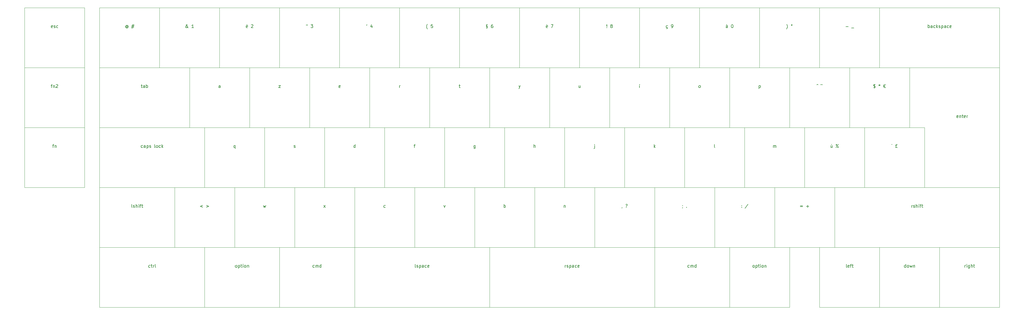
<source format=gbr>
%TF.GenerationSoftware,KiCad,Pcbnew,7.0.7*%
%TF.CreationDate,2023-11-08T12:28:34+01:00*%
%TF.ProjectId,macrolev,6d616372-6f6c-4657-962e-6b696361645f,1.0*%
%TF.SameCoordinates,Original*%
%TF.FileFunction,Legend,Top*%
%TF.FilePolarity,Positive*%
%FSLAX46Y46*%
G04 Gerber Fmt 4.6, Leading zero omitted, Abs format (unit mm)*
G04 Created by KiCad (PCBNEW 7.0.7) date 2023-11-08 12:28:34*
%MOMM*%
%LPD*%
G01*
G04 APERTURE LIST*
%ADD10C,0.150000*%
%ADD11C,0.120000*%
G04 APERTURE END LIST*
D10*
X158395833Y-37202771D02*
X158348214Y-37155152D01*
X158348214Y-37155152D02*
X158252976Y-37012295D01*
X158252976Y-37012295D02*
X158205357Y-36917057D01*
X158205357Y-36917057D02*
X158157738Y-36774200D01*
X158157738Y-36774200D02*
X158110119Y-36536104D01*
X158110119Y-36536104D02*
X158110119Y-36345628D01*
X158110119Y-36345628D02*
X158157738Y-36107533D01*
X158157738Y-36107533D02*
X158205357Y-35964676D01*
X158205357Y-35964676D02*
X158252976Y-35869438D01*
X158252976Y-35869438D02*
X158348214Y-35726580D01*
X158348214Y-35726580D02*
X158395833Y-35678961D01*
X160014881Y-35821819D02*
X159538691Y-35821819D01*
X159538691Y-35821819D02*
X159491072Y-36298009D01*
X159491072Y-36298009D02*
X159538691Y-36250390D01*
X159538691Y-36250390D02*
X159633929Y-36202771D01*
X159633929Y-36202771D02*
X159872024Y-36202771D01*
X159872024Y-36202771D02*
X159967262Y-36250390D01*
X159967262Y-36250390D02*
X160014881Y-36298009D01*
X160014881Y-36298009D02*
X160062500Y-36393247D01*
X160062500Y-36393247D02*
X160062500Y-36631342D01*
X160062500Y-36631342D02*
X160014881Y-36726580D01*
X160014881Y-36726580D02*
X159967262Y-36774200D01*
X159967262Y-36774200D02*
X159872024Y-36821819D01*
X159872024Y-36821819D02*
X159633929Y-36821819D01*
X159633929Y-36821819D02*
X159538691Y-36774200D01*
X159538691Y-36774200D02*
X159491072Y-36726580D01*
X326845535Y-65349200D02*
X326750297Y-65396819D01*
X326750297Y-65396819D02*
X326559821Y-65396819D01*
X326559821Y-65396819D02*
X326464583Y-65349200D01*
X326464583Y-65349200D02*
X326416964Y-65253961D01*
X326416964Y-65253961D02*
X326416964Y-64873009D01*
X326416964Y-64873009D02*
X326464583Y-64777771D01*
X326464583Y-64777771D02*
X326559821Y-64730152D01*
X326559821Y-64730152D02*
X326750297Y-64730152D01*
X326750297Y-64730152D02*
X326845535Y-64777771D01*
X326845535Y-64777771D02*
X326893154Y-64873009D01*
X326893154Y-64873009D02*
X326893154Y-64968247D01*
X326893154Y-64968247D02*
X326416964Y-65063485D01*
X327321726Y-64730152D02*
X327321726Y-65396819D01*
X327321726Y-64825390D02*
X327369345Y-64777771D01*
X327369345Y-64777771D02*
X327464583Y-64730152D01*
X327464583Y-64730152D02*
X327607440Y-64730152D01*
X327607440Y-64730152D02*
X327702678Y-64777771D01*
X327702678Y-64777771D02*
X327750297Y-64873009D01*
X327750297Y-64873009D02*
X327750297Y-65396819D01*
X328083631Y-64730152D02*
X328464583Y-64730152D01*
X328226488Y-64396819D02*
X328226488Y-65253961D01*
X328226488Y-65253961D02*
X328274107Y-65349200D01*
X328274107Y-65349200D02*
X328369345Y-65396819D01*
X328369345Y-65396819D02*
X328464583Y-65396819D01*
X329178869Y-65349200D02*
X329083631Y-65396819D01*
X329083631Y-65396819D02*
X328893155Y-65396819D01*
X328893155Y-65396819D02*
X328797917Y-65349200D01*
X328797917Y-65349200D02*
X328750298Y-65253961D01*
X328750298Y-65253961D02*
X328750298Y-64873009D01*
X328750298Y-64873009D02*
X328797917Y-64777771D01*
X328797917Y-64777771D02*
X328893155Y-64730152D01*
X328893155Y-64730152D02*
X329083631Y-64730152D01*
X329083631Y-64730152D02*
X329178869Y-64777771D01*
X329178869Y-64777771D02*
X329226488Y-64873009D01*
X329226488Y-64873009D02*
X329226488Y-64968247D01*
X329226488Y-64968247D02*
X328750298Y-65063485D01*
X329655060Y-65396819D02*
X329655060Y-64730152D01*
X329655060Y-64920628D02*
X329702679Y-64825390D01*
X329702679Y-64825390D02*
X329750298Y-64777771D01*
X329750298Y-64777771D02*
X329845536Y-64730152D01*
X329845536Y-64730152D02*
X329940774Y-64730152D01*
X92601785Y-55871819D02*
X92601785Y-55348009D01*
X92601785Y-55348009D02*
X92554166Y-55252771D01*
X92554166Y-55252771D02*
X92458928Y-55205152D01*
X92458928Y-55205152D02*
X92268452Y-55205152D01*
X92268452Y-55205152D02*
X92173214Y-55252771D01*
X92601785Y-55824200D02*
X92506547Y-55871819D01*
X92506547Y-55871819D02*
X92268452Y-55871819D01*
X92268452Y-55871819D02*
X92173214Y-55824200D01*
X92173214Y-55824200D02*
X92125595Y-55728961D01*
X92125595Y-55728961D02*
X92125595Y-55633723D01*
X92125595Y-55633723D02*
X92173214Y-55538485D01*
X92173214Y-55538485D02*
X92268452Y-55490866D01*
X92268452Y-55490866D02*
X92506547Y-55490866D01*
X92506547Y-55490866D02*
X92601785Y-55443247D01*
X130677976Y-55824200D02*
X130582738Y-55871819D01*
X130582738Y-55871819D02*
X130392262Y-55871819D01*
X130392262Y-55871819D02*
X130297024Y-55824200D01*
X130297024Y-55824200D02*
X130249405Y-55728961D01*
X130249405Y-55728961D02*
X130249405Y-55348009D01*
X130249405Y-55348009D02*
X130297024Y-55252771D01*
X130297024Y-55252771D02*
X130392262Y-55205152D01*
X130392262Y-55205152D02*
X130582738Y-55205152D01*
X130582738Y-55205152D02*
X130677976Y-55252771D01*
X130677976Y-55252771D02*
X130725595Y-55348009D01*
X130725595Y-55348009D02*
X130725595Y-55443247D01*
X130725595Y-55443247D02*
X130249405Y-55538485D01*
X97364285Y-74255152D02*
X97364285Y-75255152D01*
X97364285Y-74874200D02*
X97269047Y-74921819D01*
X97269047Y-74921819D02*
X97078571Y-74921819D01*
X97078571Y-74921819D02*
X96983333Y-74874200D01*
X96983333Y-74874200D02*
X96935714Y-74826580D01*
X96935714Y-74826580D02*
X96888095Y-74731342D01*
X96888095Y-74731342D02*
X96888095Y-74445628D01*
X96888095Y-74445628D02*
X96935714Y-74350390D01*
X96935714Y-74350390D02*
X96983333Y-74302771D01*
X96983333Y-74302771D02*
X97078571Y-74255152D01*
X97078571Y-74255152D02*
X97269047Y-74255152D01*
X97269047Y-74255152D02*
X97364285Y-74302771D01*
X268171429Y-74921819D02*
X268171429Y-74255152D01*
X268171429Y-74350390D02*
X268219048Y-74302771D01*
X268219048Y-74302771D02*
X268314286Y-74255152D01*
X268314286Y-74255152D02*
X268457143Y-74255152D01*
X268457143Y-74255152D02*
X268552381Y-74302771D01*
X268552381Y-74302771D02*
X268600000Y-74398009D01*
X268600000Y-74398009D02*
X268600000Y-74921819D01*
X268600000Y-74398009D02*
X268647619Y-74302771D01*
X268647619Y-74302771D02*
X268742857Y-74255152D01*
X268742857Y-74255152D02*
X268885714Y-74255152D01*
X268885714Y-74255152D02*
X268980953Y-74302771D01*
X268980953Y-74302771D02*
X269028572Y-74398009D01*
X269028572Y-74398009D02*
X269028572Y-74921819D01*
X239453572Y-93924200D02*
X239453572Y-93971819D01*
X239453572Y-93971819D02*
X239405953Y-94067057D01*
X239405953Y-94067057D02*
X239358334Y-94114676D01*
X239405953Y-93352771D02*
X239453572Y-93400390D01*
X239453572Y-93400390D02*
X239405953Y-93448009D01*
X239405953Y-93448009D02*
X239358334Y-93400390D01*
X239358334Y-93400390D02*
X239405953Y-93352771D01*
X239405953Y-93352771D02*
X239405953Y-93448009D01*
X240644048Y-93876580D02*
X240691667Y-93924200D01*
X240691667Y-93924200D02*
X240644048Y-93971819D01*
X240644048Y-93971819D02*
X240596429Y-93924200D01*
X240596429Y-93924200D02*
X240644048Y-93876580D01*
X240644048Y-93876580D02*
X240644048Y-93971819D01*
X211450000Y-74255152D02*
X211450000Y-75112295D01*
X211450000Y-75112295D02*
X211402381Y-75207533D01*
X211402381Y-75207533D02*
X211307143Y-75255152D01*
X211307143Y-75255152D02*
X211259524Y-75255152D01*
X211450000Y-73921819D02*
X211402381Y-73969438D01*
X211402381Y-73969438D02*
X211450000Y-74017057D01*
X211450000Y-74017057D02*
X211497619Y-73969438D01*
X211497619Y-73969438D02*
X211450000Y-73921819D01*
X211450000Y-73921819D02*
X211450000Y-74017057D01*
X300008928Y-55824200D02*
X300151785Y-55871819D01*
X300151785Y-55871819D02*
X300389880Y-55871819D01*
X300389880Y-55871819D02*
X300485118Y-55824200D01*
X300485118Y-55824200D02*
X300532737Y-55776580D01*
X300532737Y-55776580D02*
X300580356Y-55681342D01*
X300580356Y-55681342D02*
X300580356Y-55586104D01*
X300580356Y-55586104D02*
X300532737Y-55490866D01*
X300532737Y-55490866D02*
X300485118Y-55443247D01*
X300485118Y-55443247D02*
X300389880Y-55395628D01*
X300389880Y-55395628D02*
X300199404Y-55348009D01*
X300199404Y-55348009D02*
X300104166Y-55300390D01*
X300104166Y-55300390D02*
X300056547Y-55252771D01*
X300056547Y-55252771D02*
X300008928Y-55157533D01*
X300008928Y-55157533D02*
X300008928Y-55062295D01*
X300008928Y-55062295D02*
X300056547Y-54967057D01*
X300056547Y-54967057D02*
X300104166Y-54919438D01*
X300104166Y-54919438D02*
X300199404Y-54871819D01*
X300199404Y-54871819D02*
X300437499Y-54871819D01*
X300437499Y-54871819D02*
X300580356Y-54919438D01*
X300294642Y-54728961D02*
X300294642Y-56014676D01*
X301913690Y-54871819D02*
X301913690Y-55109914D01*
X301675595Y-55014676D02*
X301913690Y-55109914D01*
X301913690Y-55109914D02*
X302151785Y-55014676D01*
X301770833Y-55300390D02*
X301913690Y-55109914D01*
X301913690Y-55109914D02*
X302056547Y-55300390D01*
X303151786Y-55490866D02*
X303580357Y-55490866D01*
X303151786Y-55252771D02*
X303723214Y-55252771D01*
X303866071Y-55776580D02*
X303818452Y-55824200D01*
X303818452Y-55824200D02*
X303675595Y-55871819D01*
X303675595Y-55871819D02*
X303580357Y-55871819D01*
X303580357Y-55871819D02*
X303437500Y-55824200D01*
X303437500Y-55824200D02*
X303342262Y-55728961D01*
X303342262Y-55728961D02*
X303294643Y-55633723D01*
X303294643Y-55633723D02*
X303247024Y-55443247D01*
X303247024Y-55443247D02*
X303247024Y-55300390D01*
X303247024Y-55300390D02*
X303294643Y-55109914D01*
X303294643Y-55109914D02*
X303342262Y-55014676D01*
X303342262Y-55014676D02*
X303437500Y-54919438D01*
X303437500Y-54919438D02*
X303580357Y-54871819D01*
X303580357Y-54871819D02*
X303675595Y-54871819D01*
X303675595Y-54871819D02*
X303818452Y-54919438D01*
X303818452Y-54919438D02*
X303866071Y-54967057D01*
X317333333Y-36821819D02*
X317333333Y-35821819D01*
X317333333Y-36202771D02*
X317428571Y-36155152D01*
X317428571Y-36155152D02*
X317619047Y-36155152D01*
X317619047Y-36155152D02*
X317714285Y-36202771D01*
X317714285Y-36202771D02*
X317761904Y-36250390D01*
X317761904Y-36250390D02*
X317809523Y-36345628D01*
X317809523Y-36345628D02*
X317809523Y-36631342D01*
X317809523Y-36631342D02*
X317761904Y-36726580D01*
X317761904Y-36726580D02*
X317714285Y-36774200D01*
X317714285Y-36774200D02*
X317619047Y-36821819D01*
X317619047Y-36821819D02*
X317428571Y-36821819D01*
X317428571Y-36821819D02*
X317333333Y-36774200D01*
X318666666Y-36821819D02*
X318666666Y-36298009D01*
X318666666Y-36298009D02*
X318619047Y-36202771D01*
X318619047Y-36202771D02*
X318523809Y-36155152D01*
X318523809Y-36155152D02*
X318333333Y-36155152D01*
X318333333Y-36155152D02*
X318238095Y-36202771D01*
X318666666Y-36774200D02*
X318571428Y-36821819D01*
X318571428Y-36821819D02*
X318333333Y-36821819D01*
X318333333Y-36821819D02*
X318238095Y-36774200D01*
X318238095Y-36774200D02*
X318190476Y-36678961D01*
X318190476Y-36678961D02*
X318190476Y-36583723D01*
X318190476Y-36583723D02*
X318238095Y-36488485D01*
X318238095Y-36488485D02*
X318333333Y-36440866D01*
X318333333Y-36440866D02*
X318571428Y-36440866D01*
X318571428Y-36440866D02*
X318666666Y-36393247D01*
X319571428Y-36774200D02*
X319476190Y-36821819D01*
X319476190Y-36821819D02*
X319285714Y-36821819D01*
X319285714Y-36821819D02*
X319190476Y-36774200D01*
X319190476Y-36774200D02*
X319142857Y-36726580D01*
X319142857Y-36726580D02*
X319095238Y-36631342D01*
X319095238Y-36631342D02*
X319095238Y-36345628D01*
X319095238Y-36345628D02*
X319142857Y-36250390D01*
X319142857Y-36250390D02*
X319190476Y-36202771D01*
X319190476Y-36202771D02*
X319285714Y-36155152D01*
X319285714Y-36155152D02*
X319476190Y-36155152D01*
X319476190Y-36155152D02*
X319571428Y-36202771D01*
X320000000Y-36821819D02*
X320000000Y-35821819D01*
X320095238Y-36440866D02*
X320380952Y-36821819D01*
X320380952Y-36155152D02*
X320000000Y-36536104D01*
X320761905Y-36774200D02*
X320857143Y-36821819D01*
X320857143Y-36821819D02*
X321047619Y-36821819D01*
X321047619Y-36821819D02*
X321142857Y-36774200D01*
X321142857Y-36774200D02*
X321190476Y-36678961D01*
X321190476Y-36678961D02*
X321190476Y-36631342D01*
X321190476Y-36631342D02*
X321142857Y-36536104D01*
X321142857Y-36536104D02*
X321047619Y-36488485D01*
X321047619Y-36488485D02*
X320904762Y-36488485D01*
X320904762Y-36488485D02*
X320809524Y-36440866D01*
X320809524Y-36440866D02*
X320761905Y-36345628D01*
X320761905Y-36345628D02*
X320761905Y-36298009D01*
X320761905Y-36298009D02*
X320809524Y-36202771D01*
X320809524Y-36202771D02*
X320904762Y-36155152D01*
X320904762Y-36155152D02*
X321047619Y-36155152D01*
X321047619Y-36155152D02*
X321142857Y-36202771D01*
X321619048Y-36155152D02*
X321619048Y-37155152D01*
X321619048Y-36202771D02*
X321714286Y-36155152D01*
X321714286Y-36155152D02*
X321904762Y-36155152D01*
X321904762Y-36155152D02*
X322000000Y-36202771D01*
X322000000Y-36202771D02*
X322047619Y-36250390D01*
X322047619Y-36250390D02*
X322095238Y-36345628D01*
X322095238Y-36345628D02*
X322095238Y-36631342D01*
X322095238Y-36631342D02*
X322047619Y-36726580D01*
X322047619Y-36726580D02*
X322000000Y-36774200D01*
X322000000Y-36774200D02*
X321904762Y-36821819D01*
X321904762Y-36821819D02*
X321714286Y-36821819D01*
X321714286Y-36821819D02*
X321619048Y-36774200D01*
X322952381Y-36821819D02*
X322952381Y-36298009D01*
X322952381Y-36298009D02*
X322904762Y-36202771D01*
X322904762Y-36202771D02*
X322809524Y-36155152D01*
X322809524Y-36155152D02*
X322619048Y-36155152D01*
X322619048Y-36155152D02*
X322523810Y-36202771D01*
X322952381Y-36774200D02*
X322857143Y-36821819D01*
X322857143Y-36821819D02*
X322619048Y-36821819D01*
X322619048Y-36821819D02*
X322523810Y-36774200D01*
X322523810Y-36774200D02*
X322476191Y-36678961D01*
X322476191Y-36678961D02*
X322476191Y-36583723D01*
X322476191Y-36583723D02*
X322523810Y-36488485D01*
X322523810Y-36488485D02*
X322619048Y-36440866D01*
X322619048Y-36440866D02*
X322857143Y-36440866D01*
X322857143Y-36440866D02*
X322952381Y-36393247D01*
X323857143Y-36774200D02*
X323761905Y-36821819D01*
X323761905Y-36821819D02*
X323571429Y-36821819D01*
X323571429Y-36821819D02*
X323476191Y-36774200D01*
X323476191Y-36774200D02*
X323428572Y-36726580D01*
X323428572Y-36726580D02*
X323380953Y-36631342D01*
X323380953Y-36631342D02*
X323380953Y-36345628D01*
X323380953Y-36345628D02*
X323428572Y-36250390D01*
X323428572Y-36250390D02*
X323476191Y-36202771D01*
X323476191Y-36202771D02*
X323571429Y-36155152D01*
X323571429Y-36155152D02*
X323761905Y-36155152D01*
X323761905Y-36155152D02*
X323857143Y-36202771D01*
X324666667Y-36774200D02*
X324571429Y-36821819D01*
X324571429Y-36821819D02*
X324380953Y-36821819D01*
X324380953Y-36821819D02*
X324285715Y-36774200D01*
X324285715Y-36774200D02*
X324238096Y-36678961D01*
X324238096Y-36678961D02*
X324238096Y-36298009D01*
X324238096Y-36298009D02*
X324285715Y-36202771D01*
X324285715Y-36202771D02*
X324380953Y-36155152D01*
X324380953Y-36155152D02*
X324571429Y-36155152D01*
X324571429Y-36155152D02*
X324666667Y-36202771D01*
X324666667Y-36202771D02*
X324714286Y-36298009D01*
X324714286Y-36298009D02*
X324714286Y-36393247D01*
X324714286Y-36393247D02*
X324238096Y-36488485D01*
X187399405Y-55205152D02*
X187637500Y-55871819D01*
X187875595Y-55205152D02*
X187637500Y-55871819D01*
X187637500Y-55871819D02*
X187542262Y-56109914D01*
X187542262Y-56109914D02*
X187494643Y-56157533D01*
X187494643Y-56157533D02*
X187399405Y-56205152D01*
X276744048Y-93448009D02*
X277505953Y-93448009D01*
X277505953Y-93733723D02*
X276744048Y-93733723D01*
X278744048Y-93590866D02*
X279505953Y-93590866D01*
X279125000Y-93971819D02*
X279125000Y-93209914D01*
X258170238Y-93876580D02*
X258217857Y-93924200D01*
X258217857Y-93924200D02*
X258170238Y-93971819D01*
X258170238Y-93971819D02*
X258122619Y-93924200D01*
X258122619Y-93924200D02*
X258170238Y-93876580D01*
X258170238Y-93876580D02*
X258170238Y-93971819D01*
X258170238Y-93352771D02*
X258217857Y-93400390D01*
X258217857Y-93400390D02*
X258170238Y-93448009D01*
X258170238Y-93448009D02*
X258122619Y-93400390D01*
X258122619Y-93400390D02*
X258170238Y-93352771D01*
X258170238Y-93352771D02*
X258170238Y-93448009D01*
X260122618Y-92924200D02*
X259265476Y-94209914D01*
X312105654Y-93971819D02*
X312105654Y-93305152D01*
X312105654Y-93495628D02*
X312153273Y-93400390D01*
X312153273Y-93400390D02*
X312200892Y-93352771D01*
X312200892Y-93352771D02*
X312296130Y-93305152D01*
X312296130Y-93305152D02*
X312391368Y-93305152D01*
X312677083Y-93924200D02*
X312772321Y-93971819D01*
X312772321Y-93971819D02*
X312962797Y-93971819D01*
X312962797Y-93971819D02*
X313058035Y-93924200D01*
X313058035Y-93924200D02*
X313105654Y-93828961D01*
X313105654Y-93828961D02*
X313105654Y-93781342D01*
X313105654Y-93781342D02*
X313058035Y-93686104D01*
X313058035Y-93686104D02*
X312962797Y-93638485D01*
X312962797Y-93638485D02*
X312819940Y-93638485D01*
X312819940Y-93638485D02*
X312724702Y-93590866D01*
X312724702Y-93590866D02*
X312677083Y-93495628D01*
X312677083Y-93495628D02*
X312677083Y-93448009D01*
X312677083Y-93448009D02*
X312724702Y-93352771D01*
X312724702Y-93352771D02*
X312819940Y-93305152D01*
X312819940Y-93305152D02*
X312962797Y-93305152D01*
X312962797Y-93305152D02*
X313058035Y-93352771D01*
X313534226Y-93971819D02*
X313534226Y-92971819D01*
X313962797Y-93971819D02*
X313962797Y-93448009D01*
X313962797Y-93448009D02*
X313915178Y-93352771D01*
X313915178Y-93352771D02*
X313819940Y-93305152D01*
X313819940Y-93305152D02*
X313677083Y-93305152D01*
X313677083Y-93305152D02*
X313581845Y-93352771D01*
X313581845Y-93352771D02*
X313534226Y-93400390D01*
X314438988Y-93971819D02*
X314438988Y-93305152D01*
X314438988Y-92971819D02*
X314391369Y-93019438D01*
X314391369Y-93019438D02*
X314438988Y-93067057D01*
X314438988Y-93067057D02*
X314486607Y-93019438D01*
X314486607Y-93019438D02*
X314438988Y-92971819D01*
X314438988Y-92971819D02*
X314438988Y-93067057D01*
X314772321Y-93305152D02*
X315153273Y-93305152D01*
X314915178Y-93971819D02*
X314915178Y-93114676D01*
X314915178Y-93114676D02*
X314962797Y-93019438D01*
X314962797Y-93019438D02*
X315058035Y-92971819D01*
X315058035Y-92971819D02*
X315153273Y-92971819D01*
X315343750Y-93305152D02*
X315724702Y-93305152D01*
X315486607Y-92971819D02*
X315486607Y-93828961D01*
X315486607Y-93828961D02*
X315534226Y-93924200D01*
X315534226Y-93924200D02*
X315629464Y-93971819D01*
X315629464Y-93971819D02*
X315724702Y-93971819D01*
X286911904Y-74255152D02*
X286911904Y-74921819D01*
X286483333Y-74255152D02*
X286483333Y-74778961D01*
X286483333Y-74778961D02*
X286530952Y-74874200D01*
X286530952Y-74874200D02*
X286626190Y-74921819D01*
X286626190Y-74921819D02*
X286769047Y-74921819D01*
X286769047Y-74921819D02*
X286864285Y-74874200D01*
X286864285Y-74874200D02*
X286911904Y-74826580D01*
X286626190Y-73874200D02*
X286769047Y-74017057D01*
X288102381Y-74921819D02*
X288864285Y-73921819D01*
X288245238Y-73921819D02*
X288340476Y-73969438D01*
X288340476Y-73969438D02*
X288388095Y-74064676D01*
X288388095Y-74064676D02*
X288340476Y-74159914D01*
X288340476Y-74159914D02*
X288245238Y-74207533D01*
X288245238Y-74207533D02*
X288150000Y-74159914D01*
X288150000Y-74159914D02*
X288102381Y-74064676D01*
X288102381Y-74064676D02*
X288150000Y-73969438D01*
X288150000Y-73969438D02*
X288245238Y-73921819D01*
X288816666Y-74874200D02*
X288864285Y-74778961D01*
X288864285Y-74778961D02*
X288816666Y-74683723D01*
X288816666Y-74683723D02*
X288721428Y-74636104D01*
X288721428Y-74636104D02*
X288626190Y-74683723D01*
X288626190Y-74683723D02*
X288578571Y-74778961D01*
X288578571Y-74778961D02*
X288626190Y-74874200D01*
X288626190Y-74874200D02*
X288721428Y-74921819D01*
X288721428Y-74921819D02*
X288816666Y-74874200D01*
X291531547Y-113021819D02*
X291436309Y-112974200D01*
X291436309Y-112974200D02*
X291388690Y-112878961D01*
X291388690Y-112878961D02*
X291388690Y-112021819D01*
X292293452Y-112974200D02*
X292198214Y-113021819D01*
X292198214Y-113021819D02*
X292007738Y-113021819D01*
X292007738Y-113021819D02*
X291912500Y-112974200D01*
X291912500Y-112974200D02*
X291864881Y-112878961D01*
X291864881Y-112878961D02*
X291864881Y-112498009D01*
X291864881Y-112498009D02*
X291912500Y-112402771D01*
X291912500Y-112402771D02*
X292007738Y-112355152D01*
X292007738Y-112355152D02*
X292198214Y-112355152D01*
X292198214Y-112355152D02*
X292293452Y-112402771D01*
X292293452Y-112402771D02*
X292341071Y-112498009D01*
X292341071Y-112498009D02*
X292341071Y-112593247D01*
X292341071Y-112593247D02*
X291864881Y-112688485D01*
X292626786Y-112355152D02*
X293007738Y-112355152D01*
X292769643Y-113021819D02*
X292769643Y-112164676D01*
X292769643Y-112164676D02*
X292817262Y-112069438D01*
X292817262Y-112069438D02*
X292912500Y-112021819D01*
X292912500Y-112021819D02*
X293007738Y-112021819D01*
X293198215Y-112355152D02*
X293579167Y-112355152D01*
X293341072Y-112021819D02*
X293341072Y-112878961D01*
X293341072Y-112878961D02*
X293388691Y-112974200D01*
X293388691Y-112974200D02*
X293483929Y-113021819D01*
X293483929Y-113021819D02*
X293579167Y-113021819D01*
X154109524Y-74255152D02*
X154490476Y-74255152D01*
X154252381Y-74921819D02*
X154252381Y-74064676D01*
X154252381Y-74064676D02*
X154300000Y-73969438D01*
X154300000Y-73969438D02*
X154395238Y-73921819D01*
X154395238Y-73921819D02*
X154490476Y-73921819D01*
X67956249Y-74874200D02*
X67861011Y-74921819D01*
X67861011Y-74921819D02*
X67670535Y-74921819D01*
X67670535Y-74921819D02*
X67575297Y-74874200D01*
X67575297Y-74874200D02*
X67527678Y-74826580D01*
X67527678Y-74826580D02*
X67480059Y-74731342D01*
X67480059Y-74731342D02*
X67480059Y-74445628D01*
X67480059Y-74445628D02*
X67527678Y-74350390D01*
X67527678Y-74350390D02*
X67575297Y-74302771D01*
X67575297Y-74302771D02*
X67670535Y-74255152D01*
X67670535Y-74255152D02*
X67861011Y-74255152D01*
X67861011Y-74255152D02*
X67956249Y-74302771D01*
X68813392Y-74921819D02*
X68813392Y-74398009D01*
X68813392Y-74398009D02*
X68765773Y-74302771D01*
X68765773Y-74302771D02*
X68670535Y-74255152D01*
X68670535Y-74255152D02*
X68480059Y-74255152D01*
X68480059Y-74255152D02*
X68384821Y-74302771D01*
X68813392Y-74874200D02*
X68718154Y-74921819D01*
X68718154Y-74921819D02*
X68480059Y-74921819D01*
X68480059Y-74921819D02*
X68384821Y-74874200D01*
X68384821Y-74874200D02*
X68337202Y-74778961D01*
X68337202Y-74778961D02*
X68337202Y-74683723D01*
X68337202Y-74683723D02*
X68384821Y-74588485D01*
X68384821Y-74588485D02*
X68480059Y-74540866D01*
X68480059Y-74540866D02*
X68718154Y-74540866D01*
X68718154Y-74540866D02*
X68813392Y-74493247D01*
X69289583Y-74255152D02*
X69289583Y-75255152D01*
X69289583Y-74302771D02*
X69384821Y-74255152D01*
X69384821Y-74255152D02*
X69575297Y-74255152D01*
X69575297Y-74255152D02*
X69670535Y-74302771D01*
X69670535Y-74302771D02*
X69718154Y-74350390D01*
X69718154Y-74350390D02*
X69765773Y-74445628D01*
X69765773Y-74445628D02*
X69765773Y-74731342D01*
X69765773Y-74731342D02*
X69718154Y-74826580D01*
X69718154Y-74826580D02*
X69670535Y-74874200D01*
X69670535Y-74874200D02*
X69575297Y-74921819D01*
X69575297Y-74921819D02*
X69384821Y-74921819D01*
X69384821Y-74921819D02*
X69289583Y-74874200D01*
X70146726Y-74874200D02*
X70241964Y-74921819D01*
X70241964Y-74921819D02*
X70432440Y-74921819D01*
X70432440Y-74921819D02*
X70527678Y-74874200D01*
X70527678Y-74874200D02*
X70575297Y-74778961D01*
X70575297Y-74778961D02*
X70575297Y-74731342D01*
X70575297Y-74731342D02*
X70527678Y-74636104D01*
X70527678Y-74636104D02*
X70432440Y-74588485D01*
X70432440Y-74588485D02*
X70289583Y-74588485D01*
X70289583Y-74588485D02*
X70194345Y-74540866D01*
X70194345Y-74540866D02*
X70146726Y-74445628D01*
X70146726Y-74445628D02*
X70146726Y-74398009D01*
X70146726Y-74398009D02*
X70194345Y-74302771D01*
X70194345Y-74302771D02*
X70289583Y-74255152D01*
X70289583Y-74255152D02*
X70432440Y-74255152D01*
X70432440Y-74255152D02*
X70527678Y-74302771D01*
X71908631Y-74921819D02*
X71813393Y-74874200D01*
X71813393Y-74874200D02*
X71765774Y-74778961D01*
X71765774Y-74778961D02*
X71765774Y-73921819D01*
X72432441Y-74921819D02*
X72337203Y-74874200D01*
X72337203Y-74874200D02*
X72289584Y-74826580D01*
X72289584Y-74826580D02*
X72241965Y-74731342D01*
X72241965Y-74731342D02*
X72241965Y-74445628D01*
X72241965Y-74445628D02*
X72289584Y-74350390D01*
X72289584Y-74350390D02*
X72337203Y-74302771D01*
X72337203Y-74302771D02*
X72432441Y-74255152D01*
X72432441Y-74255152D02*
X72575298Y-74255152D01*
X72575298Y-74255152D02*
X72670536Y-74302771D01*
X72670536Y-74302771D02*
X72718155Y-74350390D01*
X72718155Y-74350390D02*
X72765774Y-74445628D01*
X72765774Y-74445628D02*
X72765774Y-74731342D01*
X72765774Y-74731342D02*
X72718155Y-74826580D01*
X72718155Y-74826580D02*
X72670536Y-74874200D01*
X72670536Y-74874200D02*
X72575298Y-74921819D01*
X72575298Y-74921819D02*
X72432441Y-74921819D01*
X73622917Y-74874200D02*
X73527679Y-74921819D01*
X73527679Y-74921819D02*
X73337203Y-74921819D01*
X73337203Y-74921819D02*
X73241965Y-74874200D01*
X73241965Y-74874200D02*
X73194346Y-74826580D01*
X73194346Y-74826580D02*
X73146727Y-74731342D01*
X73146727Y-74731342D02*
X73146727Y-74445628D01*
X73146727Y-74445628D02*
X73194346Y-74350390D01*
X73194346Y-74350390D02*
X73241965Y-74302771D01*
X73241965Y-74302771D02*
X73337203Y-74255152D01*
X73337203Y-74255152D02*
X73527679Y-74255152D01*
X73527679Y-74255152D02*
X73622917Y-74302771D01*
X74051489Y-74921819D02*
X74051489Y-73921819D01*
X74146727Y-74540866D02*
X74432441Y-74921819D01*
X74432441Y-74255152D02*
X74051489Y-74636104D01*
X201710714Y-93305152D02*
X201710714Y-93971819D01*
X201710714Y-93400390D02*
X201758333Y-93352771D01*
X201758333Y-93352771D02*
X201853571Y-93305152D01*
X201853571Y-93305152D02*
X201996428Y-93305152D01*
X201996428Y-93305152D02*
X202091666Y-93352771D01*
X202091666Y-93352771D02*
X202139285Y-93448009D01*
X202139285Y-93448009D02*
X202139285Y-93971819D01*
X305771429Y-73874200D02*
X305914286Y-74017057D01*
X307009524Y-74255152D02*
X307390476Y-74255152D01*
X307009524Y-74921819D02*
X307533333Y-74921819D01*
X307152381Y-74921819D02*
X307152381Y-74064676D01*
X307152381Y-74064676D02*
X307200000Y-73969438D01*
X307200000Y-73969438D02*
X307295238Y-73921819D01*
X307295238Y-73921819D02*
X307438095Y-73921819D01*
X307438095Y-73921819D02*
X307533333Y-73969438D01*
X149466071Y-55871819D02*
X149466071Y-55205152D01*
X149466071Y-55395628D02*
X149513690Y-55300390D01*
X149513690Y-55300390D02*
X149561309Y-55252771D01*
X149561309Y-55252771D02*
X149656547Y-55205152D01*
X149656547Y-55205152D02*
X149751785Y-55205152D01*
X168397024Y-55205152D02*
X168777976Y-55205152D01*
X168539881Y-54871819D02*
X168539881Y-55728961D01*
X168539881Y-55728961D02*
X168587500Y-55824200D01*
X168587500Y-55824200D02*
X168682738Y-55871819D01*
X168682738Y-55871819D02*
X168777976Y-55871819D01*
X263623214Y-55205152D02*
X263623214Y-56205152D01*
X263623214Y-55252771D02*
X263718452Y-55205152D01*
X263718452Y-55205152D02*
X263908928Y-55205152D01*
X263908928Y-55205152D02*
X264004166Y-55252771D01*
X264004166Y-55252771D02*
X264051785Y-55300390D01*
X264051785Y-55300390D02*
X264099404Y-55395628D01*
X264099404Y-55395628D02*
X264099404Y-55681342D01*
X264099404Y-55681342D02*
X264051785Y-55776580D01*
X264051785Y-55776580D02*
X264004166Y-55824200D01*
X264004166Y-55824200D02*
X263908928Y-55871819D01*
X263908928Y-55871819D02*
X263718452Y-55871819D01*
X263718452Y-55871819D02*
X263623214Y-55824200D01*
X82433929Y-36821819D02*
X82386310Y-36821819D01*
X82386310Y-36821819D02*
X82291071Y-36774200D01*
X82291071Y-36774200D02*
X82148214Y-36631342D01*
X82148214Y-36631342D02*
X81910119Y-36345628D01*
X81910119Y-36345628D02*
X81814881Y-36202771D01*
X81814881Y-36202771D02*
X81767262Y-36059914D01*
X81767262Y-36059914D02*
X81767262Y-35964676D01*
X81767262Y-35964676D02*
X81814881Y-35869438D01*
X81814881Y-35869438D02*
X81910119Y-35821819D01*
X81910119Y-35821819D02*
X81957738Y-35821819D01*
X81957738Y-35821819D02*
X82052976Y-35869438D01*
X82052976Y-35869438D02*
X82100595Y-35964676D01*
X82100595Y-35964676D02*
X82100595Y-36012295D01*
X82100595Y-36012295D02*
X82052976Y-36107533D01*
X82052976Y-36107533D02*
X82005357Y-36155152D01*
X82005357Y-36155152D02*
X81719643Y-36345628D01*
X81719643Y-36345628D02*
X81672024Y-36393247D01*
X81672024Y-36393247D02*
X81624405Y-36488485D01*
X81624405Y-36488485D02*
X81624405Y-36631342D01*
X81624405Y-36631342D02*
X81672024Y-36726580D01*
X81672024Y-36726580D02*
X81719643Y-36774200D01*
X81719643Y-36774200D02*
X81814881Y-36821819D01*
X81814881Y-36821819D02*
X81957738Y-36821819D01*
X81957738Y-36821819D02*
X82052976Y-36774200D01*
X82052976Y-36774200D02*
X82100595Y-36726580D01*
X82100595Y-36726580D02*
X82243452Y-36536104D01*
X82243452Y-36536104D02*
X82291071Y-36393247D01*
X82291071Y-36393247D02*
X82291071Y-36298009D01*
X84148214Y-36821819D02*
X83576786Y-36821819D01*
X83862500Y-36821819D02*
X83862500Y-35821819D01*
X83862500Y-35821819D02*
X83767262Y-35964676D01*
X83767262Y-35964676D02*
X83672024Y-36059914D01*
X83672024Y-36059914D02*
X83576786Y-36107533D01*
X163586905Y-93305152D02*
X163825000Y-93971819D01*
X163825000Y-93971819D02*
X164063095Y-93305152D01*
X310248214Y-113021819D02*
X310248214Y-112021819D01*
X310248214Y-112974200D02*
X310152976Y-113021819D01*
X310152976Y-113021819D02*
X309962500Y-113021819D01*
X309962500Y-113021819D02*
X309867262Y-112974200D01*
X309867262Y-112974200D02*
X309819643Y-112926580D01*
X309819643Y-112926580D02*
X309772024Y-112831342D01*
X309772024Y-112831342D02*
X309772024Y-112545628D01*
X309772024Y-112545628D02*
X309819643Y-112450390D01*
X309819643Y-112450390D02*
X309867262Y-112402771D01*
X309867262Y-112402771D02*
X309962500Y-112355152D01*
X309962500Y-112355152D02*
X310152976Y-112355152D01*
X310152976Y-112355152D02*
X310248214Y-112402771D01*
X310867262Y-113021819D02*
X310772024Y-112974200D01*
X310772024Y-112974200D02*
X310724405Y-112926580D01*
X310724405Y-112926580D02*
X310676786Y-112831342D01*
X310676786Y-112831342D02*
X310676786Y-112545628D01*
X310676786Y-112545628D02*
X310724405Y-112450390D01*
X310724405Y-112450390D02*
X310772024Y-112402771D01*
X310772024Y-112402771D02*
X310867262Y-112355152D01*
X310867262Y-112355152D02*
X311010119Y-112355152D01*
X311010119Y-112355152D02*
X311105357Y-112402771D01*
X311105357Y-112402771D02*
X311152976Y-112450390D01*
X311152976Y-112450390D02*
X311200595Y-112545628D01*
X311200595Y-112545628D02*
X311200595Y-112831342D01*
X311200595Y-112831342D02*
X311152976Y-112926580D01*
X311152976Y-112926580D02*
X311105357Y-112974200D01*
X311105357Y-112974200D02*
X311010119Y-113021819D01*
X311010119Y-113021819D02*
X310867262Y-113021819D01*
X311533929Y-112355152D02*
X311724405Y-113021819D01*
X311724405Y-113021819D02*
X311914881Y-112545628D01*
X311914881Y-112545628D02*
X312105357Y-113021819D01*
X312105357Y-113021819D02*
X312295833Y-112355152D01*
X312676786Y-112355152D02*
X312676786Y-113021819D01*
X312676786Y-112450390D02*
X312724405Y-112402771D01*
X312724405Y-112402771D02*
X312819643Y-112355152D01*
X312819643Y-112355152D02*
X312962500Y-112355152D01*
X312962500Y-112355152D02*
X313057738Y-112402771D01*
X313057738Y-112402771D02*
X313105357Y-112498009D01*
X313105357Y-112498009D02*
X313105357Y-113021819D01*
X291269643Y-36440866D02*
X292031548Y-36440866D01*
X293031548Y-36917057D02*
X293793452Y-36917057D01*
X145013095Y-93924200D02*
X144917857Y-93971819D01*
X144917857Y-93971819D02*
X144727381Y-93971819D01*
X144727381Y-93971819D02*
X144632143Y-93924200D01*
X144632143Y-93924200D02*
X144584524Y-93876580D01*
X144584524Y-93876580D02*
X144536905Y-93781342D01*
X144536905Y-93781342D02*
X144536905Y-93495628D01*
X144536905Y-93495628D02*
X144584524Y-93400390D01*
X144584524Y-93400390D02*
X144632143Y-93352771D01*
X144632143Y-93352771D02*
X144727381Y-93305152D01*
X144727381Y-93305152D02*
X144917857Y-93305152D01*
X144917857Y-93305152D02*
X145013095Y-93352771D01*
X115985714Y-74874200D02*
X116080952Y-74921819D01*
X116080952Y-74921819D02*
X116271428Y-74921819D01*
X116271428Y-74921819D02*
X116366666Y-74874200D01*
X116366666Y-74874200D02*
X116414285Y-74778961D01*
X116414285Y-74778961D02*
X116414285Y-74731342D01*
X116414285Y-74731342D02*
X116366666Y-74636104D01*
X116366666Y-74636104D02*
X116271428Y-74588485D01*
X116271428Y-74588485D02*
X116128571Y-74588485D01*
X116128571Y-74588485D02*
X116033333Y-74540866D01*
X116033333Y-74540866D02*
X115985714Y-74445628D01*
X115985714Y-74445628D02*
X115985714Y-74398009D01*
X115985714Y-74398009D02*
X116033333Y-74302771D01*
X116033333Y-74302771D02*
X116128571Y-74255152D01*
X116128571Y-74255152D02*
X116271428Y-74255152D01*
X116271428Y-74255152D02*
X116366666Y-74302771D01*
X135464285Y-74921819D02*
X135464285Y-73921819D01*
X135464285Y-74874200D02*
X135369047Y-74921819D01*
X135369047Y-74921819D02*
X135178571Y-74921819D01*
X135178571Y-74921819D02*
X135083333Y-74874200D01*
X135083333Y-74874200D02*
X135035714Y-74826580D01*
X135035714Y-74826580D02*
X134988095Y-74731342D01*
X134988095Y-74731342D02*
X134988095Y-74445628D01*
X134988095Y-74445628D02*
X135035714Y-74350390D01*
X135035714Y-74350390D02*
X135083333Y-74302771D01*
X135083333Y-74302771D02*
X135178571Y-74255152D01*
X135178571Y-74255152D02*
X135369047Y-74255152D01*
X135369047Y-74255152D02*
X135464285Y-74302771D01*
X329012500Y-113021819D02*
X329012500Y-112355152D01*
X329012500Y-112545628D02*
X329060119Y-112450390D01*
X329060119Y-112450390D02*
X329107738Y-112402771D01*
X329107738Y-112402771D02*
X329202976Y-112355152D01*
X329202976Y-112355152D02*
X329298214Y-112355152D01*
X329631548Y-113021819D02*
X329631548Y-112355152D01*
X329631548Y-112021819D02*
X329583929Y-112069438D01*
X329583929Y-112069438D02*
X329631548Y-112117057D01*
X329631548Y-112117057D02*
X329679167Y-112069438D01*
X329679167Y-112069438D02*
X329631548Y-112021819D01*
X329631548Y-112021819D02*
X329631548Y-112117057D01*
X330536309Y-112355152D02*
X330536309Y-113164676D01*
X330536309Y-113164676D02*
X330488690Y-113259914D01*
X330488690Y-113259914D02*
X330441071Y-113307533D01*
X330441071Y-113307533D02*
X330345833Y-113355152D01*
X330345833Y-113355152D02*
X330202976Y-113355152D01*
X330202976Y-113355152D02*
X330107738Y-113307533D01*
X330536309Y-112974200D02*
X330441071Y-113021819D01*
X330441071Y-113021819D02*
X330250595Y-113021819D01*
X330250595Y-113021819D02*
X330155357Y-112974200D01*
X330155357Y-112974200D02*
X330107738Y-112926580D01*
X330107738Y-112926580D02*
X330060119Y-112831342D01*
X330060119Y-112831342D02*
X330060119Y-112545628D01*
X330060119Y-112545628D02*
X330107738Y-112450390D01*
X330107738Y-112450390D02*
X330155357Y-112402771D01*
X330155357Y-112402771D02*
X330250595Y-112355152D01*
X330250595Y-112355152D02*
X330441071Y-112355152D01*
X330441071Y-112355152D02*
X330536309Y-112402771D01*
X331012500Y-113021819D02*
X331012500Y-112021819D01*
X331441071Y-113021819D02*
X331441071Y-112498009D01*
X331441071Y-112498009D02*
X331393452Y-112402771D01*
X331393452Y-112402771D02*
X331298214Y-112355152D01*
X331298214Y-112355152D02*
X331155357Y-112355152D01*
X331155357Y-112355152D02*
X331060119Y-112402771D01*
X331060119Y-112402771D02*
X331012500Y-112450390D01*
X331774405Y-112355152D02*
X332155357Y-112355152D01*
X331917262Y-112021819D02*
X331917262Y-112878961D01*
X331917262Y-112878961D02*
X331964881Y-112974200D01*
X331964881Y-112974200D02*
X332060119Y-113021819D01*
X332060119Y-113021819D02*
X332155357Y-113021819D01*
X70337201Y-112974200D02*
X70241963Y-113021819D01*
X70241963Y-113021819D02*
X70051487Y-113021819D01*
X70051487Y-113021819D02*
X69956249Y-112974200D01*
X69956249Y-112974200D02*
X69908630Y-112926580D01*
X69908630Y-112926580D02*
X69861011Y-112831342D01*
X69861011Y-112831342D02*
X69861011Y-112545628D01*
X69861011Y-112545628D02*
X69908630Y-112450390D01*
X69908630Y-112450390D02*
X69956249Y-112402771D01*
X69956249Y-112402771D02*
X70051487Y-112355152D01*
X70051487Y-112355152D02*
X70241963Y-112355152D01*
X70241963Y-112355152D02*
X70337201Y-112402771D01*
X70622916Y-112355152D02*
X71003868Y-112355152D01*
X70765773Y-112021819D02*
X70765773Y-112878961D01*
X70765773Y-112878961D02*
X70813392Y-112974200D01*
X70813392Y-112974200D02*
X70908630Y-113021819D01*
X70908630Y-113021819D02*
X71003868Y-113021819D01*
X71337202Y-113021819D02*
X71337202Y-112355152D01*
X71337202Y-112545628D02*
X71384821Y-112450390D01*
X71384821Y-112450390D02*
X71432440Y-112402771D01*
X71432440Y-112402771D02*
X71527678Y-112355152D01*
X71527678Y-112355152D02*
X71622916Y-112355152D01*
X72099107Y-113021819D02*
X72003869Y-112974200D01*
X72003869Y-112974200D02*
X71956250Y-112878961D01*
X71956250Y-112878961D02*
X71956250Y-112021819D01*
X87005953Y-93305152D02*
X86244048Y-93590866D01*
X86244048Y-93590866D02*
X87005953Y-93876580D01*
X88244048Y-93305152D02*
X89005953Y-93590866D01*
X89005953Y-93590866D02*
X88244048Y-93876580D01*
X192185714Y-74921819D02*
X192185714Y-73921819D01*
X192614285Y-74921819D02*
X192614285Y-74398009D01*
X192614285Y-74398009D02*
X192566666Y-74302771D01*
X192566666Y-74302771D02*
X192471428Y-74255152D01*
X192471428Y-74255152D02*
X192328571Y-74255152D01*
X192328571Y-74255152D02*
X192233333Y-74302771D01*
X192233333Y-74302771D02*
X192185714Y-74350390D01*
X206901785Y-55205152D02*
X206901785Y-55871819D01*
X206473214Y-55205152D02*
X206473214Y-55728961D01*
X206473214Y-55728961D02*
X206520833Y-55824200D01*
X206520833Y-55824200D02*
X206616071Y-55871819D01*
X206616071Y-55871819D02*
X206758928Y-55871819D01*
X206758928Y-55871819D02*
X206854166Y-55824200D01*
X206854166Y-55824200D02*
X206901785Y-55776580D01*
X225737500Y-55871819D02*
X225737500Y-55205152D01*
X225737500Y-54871819D02*
X225689881Y-54919438D01*
X225689881Y-54919438D02*
X225737500Y-54967057D01*
X225737500Y-54967057D02*
X225785119Y-54919438D01*
X225785119Y-54919438D02*
X225737500Y-54871819D01*
X225737500Y-54871819D02*
X225737500Y-54967057D01*
X39357142Y-36774200D02*
X39261904Y-36821819D01*
X39261904Y-36821819D02*
X39071428Y-36821819D01*
X39071428Y-36821819D02*
X38976190Y-36774200D01*
X38976190Y-36774200D02*
X38928571Y-36678961D01*
X38928571Y-36678961D02*
X38928571Y-36298009D01*
X38928571Y-36298009D02*
X38976190Y-36202771D01*
X38976190Y-36202771D02*
X39071428Y-36155152D01*
X39071428Y-36155152D02*
X39261904Y-36155152D01*
X39261904Y-36155152D02*
X39357142Y-36202771D01*
X39357142Y-36202771D02*
X39404761Y-36298009D01*
X39404761Y-36298009D02*
X39404761Y-36393247D01*
X39404761Y-36393247D02*
X38928571Y-36488485D01*
X39785714Y-36774200D02*
X39880952Y-36821819D01*
X39880952Y-36821819D02*
X40071428Y-36821819D01*
X40071428Y-36821819D02*
X40166666Y-36774200D01*
X40166666Y-36774200D02*
X40214285Y-36678961D01*
X40214285Y-36678961D02*
X40214285Y-36631342D01*
X40214285Y-36631342D02*
X40166666Y-36536104D01*
X40166666Y-36536104D02*
X40071428Y-36488485D01*
X40071428Y-36488485D02*
X39928571Y-36488485D01*
X39928571Y-36488485D02*
X39833333Y-36440866D01*
X39833333Y-36440866D02*
X39785714Y-36345628D01*
X39785714Y-36345628D02*
X39785714Y-36298009D01*
X39785714Y-36298009D02*
X39833333Y-36202771D01*
X39833333Y-36202771D02*
X39928571Y-36155152D01*
X39928571Y-36155152D02*
X40071428Y-36155152D01*
X40071428Y-36155152D02*
X40166666Y-36202771D01*
X41071428Y-36774200D02*
X40976190Y-36821819D01*
X40976190Y-36821819D02*
X40785714Y-36821819D01*
X40785714Y-36821819D02*
X40690476Y-36774200D01*
X40690476Y-36774200D02*
X40642857Y-36726580D01*
X40642857Y-36726580D02*
X40595238Y-36631342D01*
X40595238Y-36631342D02*
X40595238Y-36345628D01*
X40595238Y-36345628D02*
X40642857Y-36250390D01*
X40642857Y-36250390D02*
X40690476Y-36202771D01*
X40690476Y-36202771D02*
X40785714Y-36155152D01*
X40785714Y-36155152D02*
X40976190Y-36155152D01*
X40976190Y-36155152D02*
X41071428Y-36202771D01*
X249669047Y-74921819D02*
X249573809Y-74874200D01*
X249573809Y-74874200D02*
X249526190Y-74778961D01*
X249526190Y-74778961D02*
X249526190Y-73921819D01*
X215355357Y-36726580D02*
X215402976Y-36774200D01*
X215402976Y-36774200D02*
X215355357Y-36821819D01*
X215355357Y-36821819D02*
X215307738Y-36774200D01*
X215307738Y-36774200D02*
X215355357Y-36726580D01*
X215355357Y-36726580D02*
X215355357Y-36821819D01*
X215355357Y-36440866D02*
X215307738Y-35869438D01*
X215307738Y-35869438D02*
X215355357Y-35821819D01*
X215355357Y-35821819D02*
X215402976Y-35869438D01*
X215402976Y-35869438D02*
X215355357Y-36440866D01*
X215355357Y-36440866D02*
X215355357Y-35821819D01*
X216736309Y-36250390D02*
X216641071Y-36202771D01*
X216641071Y-36202771D02*
X216593452Y-36155152D01*
X216593452Y-36155152D02*
X216545833Y-36059914D01*
X216545833Y-36059914D02*
X216545833Y-36012295D01*
X216545833Y-36012295D02*
X216593452Y-35917057D01*
X216593452Y-35917057D02*
X216641071Y-35869438D01*
X216641071Y-35869438D02*
X216736309Y-35821819D01*
X216736309Y-35821819D02*
X216926785Y-35821819D01*
X216926785Y-35821819D02*
X217022023Y-35869438D01*
X217022023Y-35869438D02*
X217069642Y-35917057D01*
X217069642Y-35917057D02*
X217117261Y-36012295D01*
X217117261Y-36012295D02*
X217117261Y-36059914D01*
X217117261Y-36059914D02*
X217069642Y-36155152D01*
X217069642Y-36155152D02*
X217022023Y-36202771D01*
X217022023Y-36202771D02*
X216926785Y-36250390D01*
X216926785Y-36250390D02*
X216736309Y-36250390D01*
X216736309Y-36250390D02*
X216641071Y-36298009D01*
X216641071Y-36298009D02*
X216593452Y-36345628D01*
X216593452Y-36345628D02*
X216545833Y-36440866D01*
X216545833Y-36440866D02*
X216545833Y-36631342D01*
X216545833Y-36631342D02*
X216593452Y-36726580D01*
X216593452Y-36726580D02*
X216641071Y-36774200D01*
X216641071Y-36774200D02*
X216736309Y-36821819D01*
X216736309Y-36821819D02*
X216926785Y-36821819D01*
X216926785Y-36821819D02*
X217022023Y-36774200D01*
X217022023Y-36774200D02*
X217069642Y-36726580D01*
X217069642Y-36726580D02*
X217117261Y-36631342D01*
X217117261Y-36631342D02*
X217117261Y-36440866D01*
X217117261Y-36440866D02*
X217069642Y-36345628D01*
X217069642Y-36345628D02*
X217022023Y-36298009D01*
X217022023Y-36298009D02*
X216926785Y-36250390D01*
X220213095Y-93924200D02*
X220213095Y-93971819D01*
X220213095Y-93971819D02*
X220165476Y-94067057D01*
X220165476Y-94067057D02*
X220117857Y-94114676D01*
X221546428Y-93876580D02*
X221594047Y-93924200D01*
X221594047Y-93924200D02*
X221546428Y-93971819D01*
X221546428Y-93971819D02*
X221498809Y-93924200D01*
X221498809Y-93924200D02*
X221546428Y-93876580D01*
X221546428Y-93876580D02*
X221546428Y-93971819D01*
X221355952Y-93019438D02*
X221451190Y-92971819D01*
X221451190Y-92971819D02*
X221689285Y-92971819D01*
X221689285Y-92971819D02*
X221784523Y-93019438D01*
X221784523Y-93019438D02*
X221832142Y-93114676D01*
X221832142Y-93114676D02*
X221832142Y-93209914D01*
X221832142Y-93209914D02*
X221784523Y-93305152D01*
X221784523Y-93305152D02*
X221736904Y-93352771D01*
X221736904Y-93352771D02*
X221641666Y-93400390D01*
X221641666Y-93400390D02*
X221594047Y-93448009D01*
X221594047Y-93448009D02*
X221546428Y-93543247D01*
X221546428Y-93543247D02*
X221546428Y-93590866D01*
X101245833Y-36774200D02*
X101150595Y-36821819D01*
X101150595Y-36821819D02*
X100960119Y-36821819D01*
X100960119Y-36821819D02*
X100864881Y-36774200D01*
X100864881Y-36774200D02*
X100817262Y-36678961D01*
X100817262Y-36678961D02*
X100817262Y-36298009D01*
X100817262Y-36298009D02*
X100864881Y-36202771D01*
X100864881Y-36202771D02*
X100960119Y-36155152D01*
X100960119Y-36155152D02*
X101150595Y-36155152D01*
X101150595Y-36155152D02*
X101245833Y-36202771D01*
X101245833Y-36202771D02*
X101293452Y-36298009D01*
X101293452Y-36298009D02*
X101293452Y-36393247D01*
X101293452Y-36393247D02*
X100817262Y-36488485D01*
X101150595Y-35774200D02*
X101007738Y-35917057D01*
X102436310Y-35917057D02*
X102483929Y-35869438D01*
X102483929Y-35869438D02*
X102579167Y-35821819D01*
X102579167Y-35821819D02*
X102817262Y-35821819D01*
X102817262Y-35821819D02*
X102912500Y-35869438D01*
X102912500Y-35869438D02*
X102960119Y-35917057D01*
X102960119Y-35917057D02*
X103007738Y-36012295D01*
X103007738Y-36012295D02*
X103007738Y-36107533D01*
X103007738Y-36107533D02*
X102960119Y-36250390D01*
X102960119Y-36250390D02*
X102388691Y-36821819D01*
X102388691Y-36821819D02*
X103007738Y-36821819D01*
X154633630Y-113021819D02*
X154538392Y-112974200D01*
X154538392Y-112974200D02*
X154490773Y-112878961D01*
X154490773Y-112878961D02*
X154490773Y-112021819D01*
X154966964Y-112974200D02*
X155062202Y-113021819D01*
X155062202Y-113021819D02*
X155252678Y-113021819D01*
X155252678Y-113021819D02*
X155347916Y-112974200D01*
X155347916Y-112974200D02*
X155395535Y-112878961D01*
X155395535Y-112878961D02*
X155395535Y-112831342D01*
X155395535Y-112831342D02*
X155347916Y-112736104D01*
X155347916Y-112736104D02*
X155252678Y-112688485D01*
X155252678Y-112688485D02*
X155109821Y-112688485D01*
X155109821Y-112688485D02*
X155014583Y-112640866D01*
X155014583Y-112640866D02*
X154966964Y-112545628D01*
X154966964Y-112545628D02*
X154966964Y-112498009D01*
X154966964Y-112498009D02*
X155014583Y-112402771D01*
X155014583Y-112402771D02*
X155109821Y-112355152D01*
X155109821Y-112355152D02*
X155252678Y-112355152D01*
X155252678Y-112355152D02*
X155347916Y-112402771D01*
X155824107Y-112355152D02*
X155824107Y-113355152D01*
X155824107Y-112402771D02*
X155919345Y-112355152D01*
X155919345Y-112355152D02*
X156109821Y-112355152D01*
X156109821Y-112355152D02*
X156205059Y-112402771D01*
X156205059Y-112402771D02*
X156252678Y-112450390D01*
X156252678Y-112450390D02*
X156300297Y-112545628D01*
X156300297Y-112545628D02*
X156300297Y-112831342D01*
X156300297Y-112831342D02*
X156252678Y-112926580D01*
X156252678Y-112926580D02*
X156205059Y-112974200D01*
X156205059Y-112974200D02*
X156109821Y-113021819D01*
X156109821Y-113021819D02*
X155919345Y-113021819D01*
X155919345Y-113021819D02*
X155824107Y-112974200D01*
X157157440Y-113021819D02*
X157157440Y-112498009D01*
X157157440Y-112498009D02*
X157109821Y-112402771D01*
X157109821Y-112402771D02*
X157014583Y-112355152D01*
X157014583Y-112355152D02*
X156824107Y-112355152D01*
X156824107Y-112355152D02*
X156728869Y-112402771D01*
X157157440Y-112974200D02*
X157062202Y-113021819D01*
X157062202Y-113021819D02*
X156824107Y-113021819D01*
X156824107Y-113021819D02*
X156728869Y-112974200D01*
X156728869Y-112974200D02*
X156681250Y-112878961D01*
X156681250Y-112878961D02*
X156681250Y-112783723D01*
X156681250Y-112783723D02*
X156728869Y-112688485D01*
X156728869Y-112688485D02*
X156824107Y-112640866D01*
X156824107Y-112640866D02*
X157062202Y-112640866D01*
X157062202Y-112640866D02*
X157157440Y-112593247D01*
X158062202Y-112974200D02*
X157966964Y-113021819D01*
X157966964Y-113021819D02*
X157776488Y-113021819D01*
X157776488Y-113021819D02*
X157681250Y-112974200D01*
X157681250Y-112974200D02*
X157633631Y-112926580D01*
X157633631Y-112926580D02*
X157586012Y-112831342D01*
X157586012Y-112831342D02*
X157586012Y-112545628D01*
X157586012Y-112545628D02*
X157633631Y-112450390D01*
X157633631Y-112450390D02*
X157681250Y-112402771D01*
X157681250Y-112402771D02*
X157776488Y-112355152D01*
X157776488Y-112355152D02*
X157966964Y-112355152D01*
X157966964Y-112355152D02*
X158062202Y-112402771D01*
X158871726Y-112974200D02*
X158776488Y-113021819D01*
X158776488Y-113021819D02*
X158586012Y-113021819D01*
X158586012Y-113021819D02*
X158490774Y-112974200D01*
X158490774Y-112974200D02*
X158443155Y-112878961D01*
X158443155Y-112878961D02*
X158443155Y-112498009D01*
X158443155Y-112498009D02*
X158490774Y-112402771D01*
X158490774Y-112402771D02*
X158586012Y-112355152D01*
X158586012Y-112355152D02*
X158776488Y-112355152D01*
X158776488Y-112355152D02*
X158871726Y-112402771D01*
X158871726Y-112402771D02*
X158919345Y-112498009D01*
X158919345Y-112498009D02*
X158919345Y-112593247D01*
X158919345Y-112593247D02*
X158443155Y-112688485D01*
X39357143Y-74255152D02*
X39738095Y-74255152D01*
X39500000Y-74921819D02*
X39500000Y-74064676D01*
X39500000Y-74064676D02*
X39547619Y-73969438D01*
X39547619Y-73969438D02*
X39642857Y-73921819D01*
X39642857Y-73921819D02*
X39738095Y-73921819D01*
X40071429Y-74255152D02*
X40071429Y-74921819D01*
X40071429Y-74350390D02*
X40119048Y-74302771D01*
X40119048Y-74302771D02*
X40214286Y-74255152D01*
X40214286Y-74255152D02*
X40357143Y-74255152D01*
X40357143Y-74255152D02*
X40452381Y-74302771D01*
X40452381Y-74302771D02*
X40500000Y-74398009D01*
X40500000Y-74398009D02*
X40500000Y-74921819D01*
X177064881Y-36917057D02*
X177160119Y-36964676D01*
X177160119Y-36964676D02*
X177302976Y-36964676D01*
X177302976Y-36964676D02*
X177398214Y-36917057D01*
X177398214Y-36917057D02*
X177445833Y-36821819D01*
X177445833Y-36821819D02*
X177398214Y-36726580D01*
X177398214Y-36726580D02*
X177112500Y-36440866D01*
X177112500Y-36440866D02*
X177064881Y-36345628D01*
X177064881Y-36345628D02*
X177064881Y-36298009D01*
X177064881Y-36298009D02*
X177112500Y-36202771D01*
X177112500Y-36202771D02*
X177207738Y-36155152D01*
X177445833Y-35869438D02*
X177350595Y-35821819D01*
X177350595Y-35821819D02*
X177207738Y-35821819D01*
X177207738Y-35821819D02*
X177112500Y-35869438D01*
X177112500Y-35869438D02*
X177064881Y-35964676D01*
X177064881Y-35964676D02*
X177112500Y-36059914D01*
X177112500Y-36059914D02*
X177398214Y-36345628D01*
X177398214Y-36345628D02*
X177445833Y-36440866D01*
X177445833Y-36440866D02*
X177445833Y-36488485D01*
X177445833Y-36488485D02*
X177398214Y-36583723D01*
X177398214Y-36583723D02*
X177302976Y-36631342D01*
X179112500Y-35821819D02*
X178922024Y-35821819D01*
X178922024Y-35821819D02*
X178826786Y-35869438D01*
X178826786Y-35869438D02*
X178779167Y-35917057D01*
X178779167Y-35917057D02*
X178683929Y-36059914D01*
X178683929Y-36059914D02*
X178636310Y-36250390D01*
X178636310Y-36250390D02*
X178636310Y-36631342D01*
X178636310Y-36631342D02*
X178683929Y-36726580D01*
X178683929Y-36726580D02*
X178731548Y-36774200D01*
X178731548Y-36774200D02*
X178826786Y-36821819D01*
X178826786Y-36821819D02*
X179017262Y-36821819D01*
X179017262Y-36821819D02*
X179112500Y-36774200D01*
X179112500Y-36774200D02*
X179160119Y-36726580D01*
X179160119Y-36726580D02*
X179207738Y-36631342D01*
X179207738Y-36631342D02*
X179207738Y-36393247D01*
X179207738Y-36393247D02*
X179160119Y-36298009D01*
X179160119Y-36298009D02*
X179112500Y-36250390D01*
X179112500Y-36250390D02*
X179017262Y-36202771D01*
X179017262Y-36202771D02*
X178826786Y-36202771D01*
X178826786Y-36202771D02*
X178731548Y-36250390D01*
X178731548Y-36250390D02*
X178683929Y-36298009D01*
X178683929Y-36298009D02*
X178636310Y-36393247D01*
X253669642Y-36821819D02*
X253669642Y-36298009D01*
X253669642Y-36298009D02*
X253622023Y-36202771D01*
X253622023Y-36202771D02*
X253526785Y-36155152D01*
X253526785Y-36155152D02*
X253336309Y-36155152D01*
X253336309Y-36155152D02*
X253241071Y-36202771D01*
X253669642Y-36774200D02*
X253574404Y-36821819D01*
X253574404Y-36821819D02*
X253336309Y-36821819D01*
X253336309Y-36821819D02*
X253241071Y-36774200D01*
X253241071Y-36774200D02*
X253193452Y-36678961D01*
X253193452Y-36678961D02*
X253193452Y-36583723D01*
X253193452Y-36583723D02*
X253241071Y-36488485D01*
X253241071Y-36488485D02*
X253336309Y-36440866D01*
X253336309Y-36440866D02*
X253574404Y-36440866D01*
X253574404Y-36440866D02*
X253669642Y-36393247D01*
X253336309Y-35774200D02*
X253479166Y-35917057D01*
X255098214Y-35821819D02*
X255193452Y-35821819D01*
X255193452Y-35821819D02*
X255288690Y-35869438D01*
X255288690Y-35869438D02*
X255336309Y-35917057D01*
X255336309Y-35917057D02*
X255383928Y-36012295D01*
X255383928Y-36012295D02*
X255431547Y-36202771D01*
X255431547Y-36202771D02*
X255431547Y-36440866D01*
X255431547Y-36440866D02*
X255383928Y-36631342D01*
X255383928Y-36631342D02*
X255336309Y-36726580D01*
X255336309Y-36726580D02*
X255288690Y-36774200D01*
X255288690Y-36774200D02*
X255193452Y-36821819D01*
X255193452Y-36821819D02*
X255098214Y-36821819D01*
X255098214Y-36821819D02*
X255002976Y-36774200D01*
X255002976Y-36774200D02*
X254955357Y-36726580D01*
X254955357Y-36726580D02*
X254907738Y-36631342D01*
X254907738Y-36631342D02*
X254860119Y-36440866D01*
X254860119Y-36440866D02*
X254860119Y-36202771D01*
X254860119Y-36202771D02*
X254907738Y-36012295D01*
X254907738Y-36012295D02*
X254955357Y-35917057D01*
X254955357Y-35917057D02*
X255002976Y-35869438D01*
X255002976Y-35869438D02*
X255098214Y-35821819D01*
X97578869Y-113021819D02*
X97483631Y-112974200D01*
X97483631Y-112974200D02*
X97436012Y-112926580D01*
X97436012Y-112926580D02*
X97388393Y-112831342D01*
X97388393Y-112831342D02*
X97388393Y-112545628D01*
X97388393Y-112545628D02*
X97436012Y-112450390D01*
X97436012Y-112450390D02*
X97483631Y-112402771D01*
X97483631Y-112402771D02*
X97578869Y-112355152D01*
X97578869Y-112355152D02*
X97721726Y-112355152D01*
X97721726Y-112355152D02*
X97816964Y-112402771D01*
X97816964Y-112402771D02*
X97864583Y-112450390D01*
X97864583Y-112450390D02*
X97912202Y-112545628D01*
X97912202Y-112545628D02*
X97912202Y-112831342D01*
X97912202Y-112831342D02*
X97864583Y-112926580D01*
X97864583Y-112926580D02*
X97816964Y-112974200D01*
X97816964Y-112974200D02*
X97721726Y-113021819D01*
X97721726Y-113021819D02*
X97578869Y-113021819D01*
X98340774Y-112355152D02*
X98340774Y-113355152D01*
X98340774Y-112402771D02*
X98436012Y-112355152D01*
X98436012Y-112355152D02*
X98626488Y-112355152D01*
X98626488Y-112355152D02*
X98721726Y-112402771D01*
X98721726Y-112402771D02*
X98769345Y-112450390D01*
X98769345Y-112450390D02*
X98816964Y-112545628D01*
X98816964Y-112545628D02*
X98816964Y-112831342D01*
X98816964Y-112831342D02*
X98769345Y-112926580D01*
X98769345Y-112926580D02*
X98721726Y-112974200D01*
X98721726Y-112974200D02*
X98626488Y-113021819D01*
X98626488Y-113021819D02*
X98436012Y-113021819D01*
X98436012Y-113021819D02*
X98340774Y-112974200D01*
X99102679Y-112355152D02*
X99483631Y-112355152D01*
X99245536Y-112021819D02*
X99245536Y-112878961D01*
X99245536Y-112878961D02*
X99293155Y-112974200D01*
X99293155Y-112974200D02*
X99388393Y-113021819D01*
X99388393Y-113021819D02*
X99483631Y-113021819D01*
X99816965Y-113021819D02*
X99816965Y-112355152D01*
X99816965Y-112021819D02*
X99769346Y-112069438D01*
X99769346Y-112069438D02*
X99816965Y-112117057D01*
X99816965Y-112117057D02*
X99864584Y-112069438D01*
X99864584Y-112069438D02*
X99816965Y-112021819D01*
X99816965Y-112021819D02*
X99816965Y-112117057D01*
X100436012Y-113021819D02*
X100340774Y-112974200D01*
X100340774Y-112974200D02*
X100293155Y-112926580D01*
X100293155Y-112926580D02*
X100245536Y-112831342D01*
X100245536Y-112831342D02*
X100245536Y-112545628D01*
X100245536Y-112545628D02*
X100293155Y-112450390D01*
X100293155Y-112450390D02*
X100340774Y-112402771D01*
X100340774Y-112402771D02*
X100436012Y-112355152D01*
X100436012Y-112355152D02*
X100578869Y-112355152D01*
X100578869Y-112355152D02*
X100674107Y-112402771D01*
X100674107Y-112402771D02*
X100721726Y-112450390D01*
X100721726Y-112450390D02*
X100769345Y-112545628D01*
X100769345Y-112545628D02*
X100769345Y-112831342D01*
X100769345Y-112831342D02*
X100721726Y-112926580D01*
X100721726Y-112926580D02*
X100674107Y-112974200D01*
X100674107Y-112974200D02*
X100578869Y-113021819D01*
X100578869Y-113021819D02*
X100436012Y-113021819D01*
X101197917Y-112355152D02*
X101197917Y-113021819D01*
X101197917Y-112450390D02*
X101245536Y-112402771D01*
X101245536Y-112402771D02*
X101340774Y-112355152D01*
X101340774Y-112355152D02*
X101483631Y-112355152D01*
X101483631Y-112355152D02*
X101578869Y-112402771D01*
X101578869Y-112402771D02*
X101626488Y-112498009D01*
X101626488Y-112498009D02*
X101626488Y-113021819D01*
X182660714Y-93971819D02*
X182660714Y-92971819D01*
X182660714Y-93352771D02*
X182755952Y-93305152D01*
X182755952Y-93305152D02*
X182946428Y-93305152D01*
X182946428Y-93305152D02*
X183041666Y-93352771D01*
X183041666Y-93352771D02*
X183089285Y-93400390D01*
X183089285Y-93400390D02*
X183136904Y-93495628D01*
X183136904Y-93495628D02*
X183136904Y-93781342D01*
X183136904Y-93781342D02*
X183089285Y-93876580D01*
X183089285Y-93876580D02*
X183041666Y-93924200D01*
X183041666Y-93924200D02*
X182946428Y-93971819D01*
X182946428Y-93971819D02*
X182755952Y-93971819D01*
X182755952Y-93971819D02*
X182660714Y-93924200D01*
X67479762Y-55205152D02*
X67860714Y-55205152D01*
X67622619Y-54871819D02*
X67622619Y-55728961D01*
X67622619Y-55728961D02*
X67670238Y-55824200D01*
X67670238Y-55824200D02*
X67765476Y-55871819D01*
X67765476Y-55871819D02*
X67860714Y-55871819D01*
X68622619Y-55871819D02*
X68622619Y-55348009D01*
X68622619Y-55348009D02*
X68575000Y-55252771D01*
X68575000Y-55252771D02*
X68479762Y-55205152D01*
X68479762Y-55205152D02*
X68289286Y-55205152D01*
X68289286Y-55205152D02*
X68194048Y-55252771D01*
X68622619Y-55824200D02*
X68527381Y-55871819D01*
X68527381Y-55871819D02*
X68289286Y-55871819D01*
X68289286Y-55871819D02*
X68194048Y-55824200D01*
X68194048Y-55824200D02*
X68146429Y-55728961D01*
X68146429Y-55728961D02*
X68146429Y-55633723D01*
X68146429Y-55633723D02*
X68194048Y-55538485D01*
X68194048Y-55538485D02*
X68289286Y-55490866D01*
X68289286Y-55490866D02*
X68527381Y-55490866D01*
X68527381Y-55490866D02*
X68622619Y-55443247D01*
X69098810Y-55871819D02*
X69098810Y-54871819D01*
X69098810Y-55252771D02*
X69194048Y-55205152D01*
X69194048Y-55205152D02*
X69384524Y-55205152D01*
X69384524Y-55205152D02*
X69479762Y-55252771D01*
X69479762Y-55252771D02*
X69527381Y-55300390D01*
X69527381Y-55300390D02*
X69575000Y-55395628D01*
X69575000Y-55395628D02*
X69575000Y-55681342D01*
X69575000Y-55681342D02*
X69527381Y-55776580D01*
X69527381Y-55776580D02*
X69479762Y-55824200D01*
X69479762Y-55824200D02*
X69384524Y-55871819D01*
X69384524Y-55871819D02*
X69194048Y-55871819D01*
X69194048Y-55871819D02*
X69098810Y-55824200D01*
X119914881Y-35821819D02*
X119914881Y-36012295D01*
X120295833Y-35821819D02*
X120295833Y-36012295D01*
X121391072Y-35821819D02*
X122010119Y-35821819D01*
X122010119Y-35821819D02*
X121676786Y-36202771D01*
X121676786Y-36202771D02*
X121819643Y-36202771D01*
X121819643Y-36202771D02*
X121914881Y-36250390D01*
X121914881Y-36250390D02*
X121962500Y-36298009D01*
X121962500Y-36298009D02*
X122010119Y-36393247D01*
X122010119Y-36393247D02*
X122010119Y-36631342D01*
X122010119Y-36631342D02*
X121962500Y-36726580D01*
X121962500Y-36726580D02*
X121914881Y-36774200D01*
X121914881Y-36774200D02*
X121819643Y-36821819D01*
X121819643Y-36821819D02*
X121533929Y-36821819D01*
X121533929Y-36821819D02*
X121438691Y-36774200D01*
X121438691Y-36774200D02*
X121391072Y-36726580D01*
X261885119Y-113021819D02*
X261789881Y-112974200D01*
X261789881Y-112974200D02*
X261742262Y-112926580D01*
X261742262Y-112926580D02*
X261694643Y-112831342D01*
X261694643Y-112831342D02*
X261694643Y-112545628D01*
X261694643Y-112545628D02*
X261742262Y-112450390D01*
X261742262Y-112450390D02*
X261789881Y-112402771D01*
X261789881Y-112402771D02*
X261885119Y-112355152D01*
X261885119Y-112355152D02*
X262027976Y-112355152D01*
X262027976Y-112355152D02*
X262123214Y-112402771D01*
X262123214Y-112402771D02*
X262170833Y-112450390D01*
X262170833Y-112450390D02*
X262218452Y-112545628D01*
X262218452Y-112545628D02*
X262218452Y-112831342D01*
X262218452Y-112831342D02*
X262170833Y-112926580D01*
X262170833Y-112926580D02*
X262123214Y-112974200D01*
X262123214Y-112974200D02*
X262027976Y-113021819D01*
X262027976Y-113021819D02*
X261885119Y-113021819D01*
X262647024Y-112355152D02*
X262647024Y-113355152D01*
X262647024Y-112402771D02*
X262742262Y-112355152D01*
X262742262Y-112355152D02*
X262932738Y-112355152D01*
X262932738Y-112355152D02*
X263027976Y-112402771D01*
X263027976Y-112402771D02*
X263075595Y-112450390D01*
X263075595Y-112450390D02*
X263123214Y-112545628D01*
X263123214Y-112545628D02*
X263123214Y-112831342D01*
X263123214Y-112831342D02*
X263075595Y-112926580D01*
X263075595Y-112926580D02*
X263027976Y-112974200D01*
X263027976Y-112974200D02*
X262932738Y-113021819D01*
X262932738Y-113021819D02*
X262742262Y-113021819D01*
X262742262Y-113021819D02*
X262647024Y-112974200D01*
X263408929Y-112355152D02*
X263789881Y-112355152D01*
X263551786Y-112021819D02*
X263551786Y-112878961D01*
X263551786Y-112878961D02*
X263599405Y-112974200D01*
X263599405Y-112974200D02*
X263694643Y-113021819D01*
X263694643Y-113021819D02*
X263789881Y-113021819D01*
X264123215Y-113021819D02*
X264123215Y-112355152D01*
X264123215Y-112021819D02*
X264075596Y-112069438D01*
X264075596Y-112069438D02*
X264123215Y-112117057D01*
X264123215Y-112117057D02*
X264170834Y-112069438D01*
X264170834Y-112069438D02*
X264123215Y-112021819D01*
X264123215Y-112021819D02*
X264123215Y-112117057D01*
X264742262Y-113021819D02*
X264647024Y-112974200D01*
X264647024Y-112974200D02*
X264599405Y-112926580D01*
X264599405Y-112926580D02*
X264551786Y-112831342D01*
X264551786Y-112831342D02*
X264551786Y-112545628D01*
X264551786Y-112545628D02*
X264599405Y-112450390D01*
X264599405Y-112450390D02*
X264647024Y-112402771D01*
X264647024Y-112402771D02*
X264742262Y-112355152D01*
X264742262Y-112355152D02*
X264885119Y-112355152D01*
X264885119Y-112355152D02*
X264980357Y-112402771D01*
X264980357Y-112402771D02*
X265027976Y-112450390D01*
X265027976Y-112450390D02*
X265075595Y-112545628D01*
X265075595Y-112545628D02*
X265075595Y-112831342D01*
X265075595Y-112831342D02*
X265027976Y-112926580D01*
X265027976Y-112926580D02*
X264980357Y-112974200D01*
X264980357Y-112974200D02*
X264885119Y-113021819D01*
X264885119Y-113021819D02*
X264742262Y-113021819D01*
X265504167Y-112355152D02*
X265504167Y-113021819D01*
X265504167Y-112450390D02*
X265551786Y-112402771D01*
X265551786Y-112402771D02*
X265647024Y-112355152D01*
X265647024Y-112355152D02*
X265789881Y-112355152D01*
X265789881Y-112355152D02*
X265885119Y-112402771D01*
X265885119Y-112402771D02*
X265932738Y-112498009D01*
X265932738Y-112498009D02*
X265932738Y-113021819D01*
X106294048Y-93305152D02*
X106484524Y-93971819D01*
X106484524Y-93971819D02*
X106675000Y-93495628D01*
X106675000Y-93495628D02*
X106865476Y-93971819D01*
X106865476Y-93971819D02*
X107055952Y-93305152D01*
X122462797Y-112974200D02*
X122367559Y-113021819D01*
X122367559Y-113021819D02*
X122177083Y-113021819D01*
X122177083Y-113021819D02*
X122081845Y-112974200D01*
X122081845Y-112974200D02*
X122034226Y-112926580D01*
X122034226Y-112926580D02*
X121986607Y-112831342D01*
X121986607Y-112831342D02*
X121986607Y-112545628D01*
X121986607Y-112545628D02*
X122034226Y-112450390D01*
X122034226Y-112450390D02*
X122081845Y-112402771D01*
X122081845Y-112402771D02*
X122177083Y-112355152D01*
X122177083Y-112355152D02*
X122367559Y-112355152D01*
X122367559Y-112355152D02*
X122462797Y-112402771D01*
X122891369Y-113021819D02*
X122891369Y-112355152D01*
X122891369Y-112450390D02*
X122938988Y-112402771D01*
X122938988Y-112402771D02*
X123034226Y-112355152D01*
X123034226Y-112355152D02*
X123177083Y-112355152D01*
X123177083Y-112355152D02*
X123272321Y-112402771D01*
X123272321Y-112402771D02*
X123319940Y-112498009D01*
X123319940Y-112498009D02*
X123319940Y-113021819D01*
X123319940Y-112498009D02*
X123367559Y-112402771D01*
X123367559Y-112402771D02*
X123462797Y-112355152D01*
X123462797Y-112355152D02*
X123605654Y-112355152D01*
X123605654Y-112355152D02*
X123700893Y-112402771D01*
X123700893Y-112402771D02*
X123748512Y-112498009D01*
X123748512Y-112498009D02*
X123748512Y-113021819D01*
X124653273Y-113021819D02*
X124653273Y-112021819D01*
X124653273Y-112974200D02*
X124558035Y-113021819D01*
X124558035Y-113021819D02*
X124367559Y-113021819D01*
X124367559Y-113021819D02*
X124272321Y-112974200D01*
X124272321Y-112974200D02*
X124224702Y-112926580D01*
X124224702Y-112926580D02*
X124177083Y-112831342D01*
X124177083Y-112831342D02*
X124177083Y-112545628D01*
X124177083Y-112545628D02*
X124224702Y-112450390D01*
X124224702Y-112450390D02*
X124272321Y-112402771D01*
X124272321Y-112402771D02*
X124367559Y-112355152D01*
X124367559Y-112355152D02*
X124558035Y-112355152D01*
X124558035Y-112355152D02*
X124653273Y-112402771D01*
X139202976Y-35821819D02*
X139107738Y-36012295D01*
X140822023Y-36155152D02*
X140822023Y-36821819D01*
X140583928Y-35774200D02*
X140345833Y-36488485D01*
X140345833Y-36488485D02*
X140964880Y-36488485D01*
X125463095Y-93971819D02*
X125986904Y-93305152D01*
X125463095Y-93305152D02*
X125986904Y-93971819D01*
X173564285Y-74255152D02*
X173564285Y-75064676D01*
X173564285Y-75064676D02*
X173516666Y-75159914D01*
X173516666Y-75159914D02*
X173469047Y-75207533D01*
X173469047Y-75207533D02*
X173373809Y-75255152D01*
X173373809Y-75255152D02*
X173230952Y-75255152D01*
X173230952Y-75255152D02*
X173135714Y-75207533D01*
X173564285Y-74874200D02*
X173469047Y-74921819D01*
X173469047Y-74921819D02*
X173278571Y-74921819D01*
X173278571Y-74921819D02*
X173183333Y-74874200D01*
X173183333Y-74874200D02*
X173135714Y-74826580D01*
X173135714Y-74826580D02*
X173088095Y-74731342D01*
X173088095Y-74731342D02*
X173088095Y-74445628D01*
X173088095Y-74445628D02*
X173135714Y-74350390D01*
X173135714Y-74350390D02*
X173183333Y-74302771D01*
X173183333Y-74302771D02*
X173278571Y-74255152D01*
X173278571Y-74255152D02*
X173469047Y-74255152D01*
X173469047Y-74255152D02*
X173564285Y-74302771D01*
X282030357Y-54967057D02*
X282220833Y-54824200D01*
X282220833Y-54824200D02*
X282411309Y-54967057D01*
X283363691Y-54871819D02*
X283411310Y-54919438D01*
X283411310Y-54919438D02*
X283363691Y-54967057D01*
X283363691Y-54967057D02*
X283316072Y-54919438D01*
X283316072Y-54919438D02*
X283363691Y-54871819D01*
X283363691Y-54871819D02*
X283363691Y-54967057D01*
X283744643Y-54871819D02*
X283792262Y-54919438D01*
X283792262Y-54919438D02*
X283744643Y-54967057D01*
X283744643Y-54967057D02*
X283697024Y-54919438D01*
X283697024Y-54919438D02*
X283744643Y-54871819D01*
X283744643Y-54871819D02*
X283744643Y-54967057D01*
X63145833Y-36345628D02*
X63098214Y-36298009D01*
X63098214Y-36298009D02*
X63002976Y-36250390D01*
X63002976Y-36250390D02*
X62907738Y-36250390D01*
X62907738Y-36250390D02*
X62812500Y-36298009D01*
X62812500Y-36298009D02*
X62764881Y-36345628D01*
X62764881Y-36345628D02*
X62717262Y-36440866D01*
X62717262Y-36440866D02*
X62717262Y-36536104D01*
X62717262Y-36536104D02*
X62764881Y-36631342D01*
X62764881Y-36631342D02*
X62812500Y-36678961D01*
X62812500Y-36678961D02*
X62907738Y-36726580D01*
X62907738Y-36726580D02*
X63002976Y-36726580D01*
X63002976Y-36726580D02*
X63098214Y-36678961D01*
X63098214Y-36678961D02*
X63145833Y-36631342D01*
X63145833Y-36250390D02*
X63145833Y-36631342D01*
X63145833Y-36631342D02*
X63193452Y-36678961D01*
X63193452Y-36678961D02*
X63241071Y-36678961D01*
X63241071Y-36678961D02*
X63336310Y-36631342D01*
X63336310Y-36631342D02*
X63383929Y-36536104D01*
X63383929Y-36536104D02*
X63383929Y-36298009D01*
X63383929Y-36298009D02*
X63288691Y-36155152D01*
X63288691Y-36155152D02*
X63145833Y-36059914D01*
X63145833Y-36059914D02*
X62955357Y-36012295D01*
X62955357Y-36012295D02*
X62764881Y-36059914D01*
X62764881Y-36059914D02*
X62622024Y-36155152D01*
X62622024Y-36155152D02*
X62526786Y-36298009D01*
X62526786Y-36298009D02*
X62479167Y-36488485D01*
X62479167Y-36488485D02*
X62526786Y-36678961D01*
X62526786Y-36678961D02*
X62622024Y-36821819D01*
X62622024Y-36821819D02*
X62764881Y-36917057D01*
X62764881Y-36917057D02*
X62955357Y-36964676D01*
X62955357Y-36964676D02*
X63145833Y-36917057D01*
X63145833Y-36917057D02*
X63288691Y-36821819D01*
X64526786Y-36155152D02*
X65241071Y-36155152D01*
X64812500Y-35726580D02*
X64526786Y-37012295D01*
X65145833Y-36583723D02*
X64431548Y-36583723D01*
X64860119Y-37012295D02*
X65145833Y-35726580D01*
X241519047Y-112974200D02*
X241423809Y-113021819D01*
X241423809Y-113021819D02*
X241233333Y-113021819D01*
X241233333Y-113021819D02*
X241138095Y-112974200D01*
X241138095Y-112974200D02*
X241090476Y-112926580D01*
X241090476Y-112926580D02*
X241042857Y-112831342D01*
X241042857Y-112831342D02*
X241042857Y-112545628D01*
X241042857Y-112545628D02*
X241090476Y-112450390D01*
X241090476Y-112450390D02*
X241138095Y-112402771D01*
X241138095Y-112402771D02*
X241233333Y-112355152D01*
X241233333Y-112355152D02*
X241423809Y-112355152D01*
X241423809Y-112355152D02*
X241519047Y-112402771D01*
X241947619Y-113021819D02*
X241947619Y-112355152D01*
X241947619Y-112450390D02*
X241995238Y-112402771D01*
X241995238Y-112402771D02*
X242090476Y-112355152D01*
X242090476Y-112355152D02*
X242233333Y-112355152D01*
X242233333Y-112355152D02*
X242328571Y-112402771D01*
X242328571Y-112402771D02*
X242376190Y-112498009D01*
X242376190Y-112498009D02*
X242376190Y-113021819D01*
X242376190Y-112498009D02*
X242423809Y-112402771D01*
X242423809Y-112402771D02*
X242519047Y-112355152D01*
X242519047Y-112355152D02*
X242661904Y-112355152D01*
X242661904Y-112355152D02*
X242757143Y-112402771D01*
X242757143Y-112402771D02*
X242804762Y-112498009D01*
X242804762Y-112498009D02*
X242804762Y-113021819D01*
X243709523Y-113021819D02*
X243709523Y-112021819D01*
X243709523Y-112974200D02*
X243614285Y-113021819D01*
X243614285Y-113021819D02*
X243423809Y-113021819D01*
X243423809Y-113021819D02*
X243328571Y-112974200D01*
X243328571Y-112974200D02*
X243280952Y-112926580D01*
X243280952Y-112926580D02*
X243233333Y-112831342D01*
X243233333Y-112831342D02*
X243233333Y-112545628D01*
X243233333Y-112545628D02*
X243280952Y-112450390D01*
X243280952Y-112450390D02*
X243328571Y-112402771D01*
X243328571Y-112402771D02*
X243423809Y-112355152D01*
X243423809Y-112355152D02*
X243614285Y-112355152D01*
X243614285Y-112355152D02*
X243709523Y-112402771D01*
X64646130Y-93971819D02*
X64550892Y-93924200D01*
X64550892Y-93924200D02*
X64503273Y-93828961D01*
X64503273Y-93828961D02*
X64503273Y-92971819D01*
X64979464Y-93924200D02*
X65074702Y-93971819D01*
X65074702Y-93971819D02*
X65265178Y-93971819D01*
X65265178Y-93971819D02*
X65360416Y-93924200D01*
X65360416Y-93924200D02*
X65408035Y-93828961D01*
X65408035Y-93828961D02*
X65408035Y-93781342D01*
X65408035Y-93781342D02*
X65360416Y-93686104D01*
X65360416Y-93686104D02*
X65265178Y-93638485D01*
X65265178Y-93638485D02*
X65122321Y-93638485D01*
X65122321Y-93638485D02*
X65027083Y-93590866D01*
X65027083Y-93590866D02*
X64979464Y-93495628D01*
X64979464Y-93495628D02*
X64979464Y-93448009D01*
X64979464Y-93448009D02*
X65027083Y-93352771D01*
X65027083Y-93352771D02*
X65122321Y-93305152D01*
X65122321Y-93305152D02*
X65265178Y-93305152D01*
X65265178Y-93305152D02*
X65360416Y-93352771D01*
X65836607Y-93971819D02*
X65836607Y-92971819D01*
X66265178Y-93971819D02*
X66265178Y-93448009D01*
X66265178Y-93448009D02*
X66217559Y-93352771D01*
X66217559Y-93352771D02*
X66122321Y-93305152D01*
X66122321Y-93305152D02*
X65979464Y-93305152D01*
X65979464Y-93305152D02*
X65884226Y-93352771D01*
X65884226Y-93352771D02*
X65836607Y-93400390D01*
X66741369Y-93971819D02*
X66741369Y-93305152D01*
X66741369Y-92971819D02*
X66693750Y-93019438D01*
X66693750Y-93019438D02*
X66741369Y-93067057D01*
X66741369Y-93067057D02*
X66788988Y-93019438D01*
X66788988Y-93019438D02*
X66741369Y-92971819D01*
X66741369Y-92971819D02*
X66741369Y-93067057D01*
X67074702Y-93305152D02*
X67455654Y-93305152D01*
X67217559Y-93971819D02*
X67217559Y-93114676D01*
X67217559Y-93114676D02*
X67265178Y-93019438D01*
X67265178Y-93019438D02*
X67360416Y-92971819D01*
X67360416Y-92971819D02*
X67455654Y-92971819D01*
X67646131Y-93305152D02*
X68027083Y-93305152D01*
X67788988Y-92971819D02*
X67788988Y-93828961D01*
X67788988Y-93828961D02*
X67836607Y-93924200D01*
X67836607Y-93924200D02*
X67931845Y-93971819D01*
X67931845Y-93971819D02*
X68027083Y-93971819D01*
X230333333Y-74921819D02*
X230333333Y-73921819D01*
X230428571Y-74540866D02*
X230714285Y-74921819D01*
X230714285Y-74255152D02*
X230333333Y-74636104D01*
X38880952Y-55205152D02*
X39261904Y-55205152D01*
X39023809Y-55871819D02*
X39023809Y-55014676D01*
X39023809Y-55014676D02*
X39071428Y-54919438D01*
X39071428Y-54919438D02*
X39166666Y-54871819D01*
X39166666Y-54871819D02*
X39261904Y-54871819D01*
X39595238Y-55205152D02*
X39595238Y-55871819D01*
X39595238Y-55300390D02*
X39642857Y-55252771D01*
X39642857Y-55252771D02*
X39738095Y-55205152D01*
X39738095Y-55205152D02*
X39880952Y-55205152D01*
X39880952Y-55205152D02*
X39976190Y-55252771D01*
X39976190Y-55252771D02*
X40023809Y-55348009D01*
X40023809Y-55348009D02*
X40023809Y-55871819D01*
X40452381Y-54967057D02*
X40500000Y-54919438D01*
X40500000Y-54919438D02*
X40595238Y-54871819D01*
X40595238Y-54871819D02*
X40833333Y-54871819D01*
X40833333Y-54871819D02*
X40928571Y-54919438D01*
X40928571Y-54919438D02*
X40976190Y-54967057D01*
X40976190Y-54967057D02*
X41023809Y-55062295D01*
X41023809Y-55062295D02*
X41023809Y-55157533D01*
X41023809Y-55157533D02*
X40976190Y-55300390D01*
X40976190Y-55300390D02*
X40404762Y-55871819D01*
X40404762Y-55871819D02*
X41023809Y-55871819D01*
X272410119Y-37202771D02*
X272457738Y-37155152D01*
X272457738Y-37155152D02*
X272552976Y-37012295D01*
X272552976Y-37012295D02*
X272600595Y-36917057D01*
X272600595Y-36917057D02*
X272648214Y-36774200D01*
X272648214Y-36774200D02*
X272695833Y-36536104D01*
X272695833Y-36536104D02*
X272695833Y-36345628D01*
X272695833Y-36345628D02*
X272648214Y-36107533D01*
X272648214Y-36107533D02*
X272600595Y-35964676D01*
X272600595Y-35964676D02*
X272552976Y-35869438D01*
X272552976Y-35869438D02*
X272457738Y-35726580D01*
X272457738Y-35726580D02*
X272410119Y-35678961D01*
X274076786Y-35821819D02*
X273981548Y-35869438D01*
X273981548Y-35869438D02*
X273933929Y-35964676D01*
X273933929Y-35964676D02*
X273981548Y-36059914D01*
X273981548Y-36059914D02*
X274076786Y-36107533D01*
X274076786Y-36107533D02*
X274172024Y-36059914D01*
X274172024Y-36059914D02*
X274219643Y-35964676D01*
X274219643Y-35964676D02*
X274172024Y-35869438D01*
X274172024Y-35869438D02*
X274076786Y-35821819D01*
X202068154Y-113021819D02*
X202068154Y-112355152D01*
X202068154Y-112545628D02*
X202115773Y-112450390D01*
X202115773Y-112450390D02*
X202163392Y-112402771D01*
X202163392Y-112402771D02*
X202258630Y-112355152D01*
X202258630Y-112355152D02*
X202353868Y-112355152D01*
X202639583Y-112974200D02*
X202734821Y-113021819D01*
X202734821Y-113021819D02*
X202925297Y-113021819D01*
X202925297Y-113021819D02*
X203020535Y-112974200D01*
X203020535Y-112974200D02*
X203068154Y-112878961D01*
X203068154Y-112878961D02*
X203068154Y-112831342D01*
X203068154Y-112831342D02*
X203020535Y-112736104D01*
X203020535Y-112736104D02*
X202925297Y-112688485D01*
X202925297Y-112688485D02*
X202782440Y-112688485D01*
X202782440Y-112688485D02*
X202687202Y-112640866D01*
X202687202Y-112640866D02*
X202639583Y-112545628D01*
X202639583Y-112545628D02*
X202639583Y-112498009D01*
X202639583Y-112498009D02*
X202687202Y-112402771D01*
X202687202Y-112402771D02*
X202782440Y-112355152D01*
X202782440Y-112355152D02*
X202925297Y-112355152D01*
X202925297Y-112355152D02*
X203020535Y-112402771D01*
X203496726Y-112355152D02*
X203496726Y-113355152D01*
X203496726Y-112402771D02*
X203591964Y-112355152D01*
X203591964Y-112355152D02*
X203782440Y-112355152D01*
X203782440Y-112355152D02*
X203877678Y-112402771D01*
X203877678Y-112402771D02*
X203925297Y-112450390D01*
X203925297Y-112450390D02*
X203972916Y-112545628D01*
X203972916Y-112545628D02*
X203972916Y-112831342D01*
X203972916Y-112831342D02*
X203925297Y-112926580D01*
X203925297Y-112926580D02*
X203877678Y-112974200D01*
X203877678Y-112974200D02*
X203782440Y-113021819D01*
X203782440Y-113021819D02*
X203591964Y-113021819D01*
X203591964Y-113021819D02*
X203496726Y-112974200D01*
X204830059Y-113021819D02*
X204830059Y-112498009D01*
X204830059Y-112498009D02*
X204782440Y-112402771D01*
X204782440Y-112402771D02*
X204687202Y-112355152D01*
X204687202Y-112355152D02*
X204496726Y-112355152D01*
X204496726Y-112355152D02*
X204401488Y-112402771D01*
X204830059Y-112974200D02*
X204734821Y-113021819D01*
X204734821Y-113021819D02*
X204496726Y-113021819D01*
X204496726Y-113021819D02*
X204401488Y-112974200D01*
X204401488Y-112974200D02*
X204353869Y-112878961D01*
X204353869Y-112878961D02*
X204353869Y-112783723D01*
X204353869Y-112783723D02*
X204401488Y-112688485D01*
X204401488Y-112688485D02*
X204496726Y-112640866D01*
X204496726Y-112640866D02*
X204734821Y-112640866D01*
X204734821Y-112640866D02*
X204830059Y-112593247D01*
X205734821Y-112974200D02*
X205639583Y-113021819D01*
X205639583Y-113021819D02*
X205449107Y-113021819D01*
X205449107Y-113021819D02*
X205353869Y-112974200D01*
X205353869Y-112974200D02*
X205306250Y-112926580D01*
X205306250Y-112926580D02*
X205258631Y-112831342D01*
X205258631Y-112831342D02*
X205258631Y-112545628D01*
X205258631Y-112545628D02*
X205306250Y-112450390D01*
X205306250Y-112450390D02*
X205353869Y-112402771D01*
X205353869Y-112402771D02*
X205449107Y-112355152D01*
X205449107Y-112355152D02*
X205639583Y-112355152D01*
X205639583Y-112355152D02*
X205734821Y-112402771D01*
X206544345Y-112974200D02*
X206449107Y-113021819D01*
X206449107Y-113021819D02*
X206258631Y-113021819D01*
X206258631Y-113021819D02*
X206163393Y-112974200D01*
X206163393Y-112974200D02*
X206115774Y-112878961D01*
X206115774Y-112878961D02*
X206115774Y-112498009D01*
X206115774Y-112498009D02*
X206163393Y-112402771D01*
X206163393Y-112402771D02*
X206258631Y-112355152D01*
X206258631Y-112355152D02*
X206449107Y-112355152D01*
X206449107Y-112355152D02*
X206544345Y-112402771D01*
X206544345Y-112402771D02*
X206591964Y-112498009D01*
X206591964Y-112498009D02*
X206591964Y-112593247D01*
X206591964Y-112593247D02*
X206115774Y-112688485D01*
X234643452Y-36774200D02*
X234548214Y-36821819D01*
X234548214Y-36821819D02*
X234357738Y-36821819D01*
X234357738Y-36821819D02*
X234262500Y-36774200D01*
X234262500Y-36774200D02*
X234214881Y-36726580D01*
X234214881Y-36726580D02*
X234167262Y-36631342D01*
X234167262Y-36631342D02*
X234167262Y-36345628D01*
X234167262Y-36345628D02*
X234214881Y-36250390D01*
X234214881Y-36250390D02*
X234262500Y-36202771D01*
X234262500Y-36202771D02*
X234357738Y-36155152D01*
X234357738Y-36155152D02*
X234548214Y-36155152D01*
X234548214Y-36155152D02*
X234643452Y-36202771D01*
X234452976Y-36869438D02*
X234548214Y-36917057D01*
X234548214Y-36917057D02*
X234595833Y-37012295D01*
X234595833Y-37012295D02*
X234548214Y-37107533D01*
X234548214Y-37107533D02*
X234452976Y-37155152D01*
X234452976Y-37155152D02*
X234310119Y-37155152D01*
X235881548Y-36821819D02*
X236072024Y-36821819D01*
X236072024Y-36821819D02*
X236167262Y-36774200D01*
X236167262Y-36774200D02*
X236214881Y-36726580D01*
X236214881Y-36726580D02*
X236310119Y-36583723D01*
X236310119Y-36583723D02*
X236357738Y-36393247D01*
X236357738Y-36393247D02*
X236357738Y-36012295D01*
X236357738Y-36012295D02*
X236310119Y-35917057D01*
X236310119Y-35917057D02*
X236262500Y-35869438D01*
X236262500Y-35869438D02*
X236167262Y-35821819D01*
X236167262Y-35821819D02*
X235976786Y-35821819D01*
X235976786Y-35821819D02*
X235881548Y-35869438D01*
X235881548Y-35869438D02*
X235833929Y-35917057D01*
X235833929Y-35917057D02*
X235786310Y-36012295D01*
X235786310Y-36012295D02*
X235786310Y-36250390D01*
X235786310Y-36250390D02*
X235833929Y-36345628D01*
X235833929Y-36345628D02*
X235881548Y-36393247D01*
X235881548Y-36393247D02*
X235976786Y-36440866D01*
X235976786Y-36440866D02*
X236167262Y-36440866D01*
X236167262Y-36440866D02*
X236262500Y-36393247D01*
X236262500Y-36393247D02*
X236310119Y-36345628D01*
X236310119Y-36345628D02*
X236357738Y-36250390D01*
X196495833Y-36774200D02*
X196400595Y-36821819D01*
X196400595Y-36821819D02*
X196210119Y-36821819D01*
X196210119Y-36821819D02*
X196114881Y-36774200D01*
X196114881Y-36774200D02*
X196067262Y-36678961D01*
X196067262Y-36678961D02*
X196067262Y-36298009D01*
X196067262Y-36298009D02*
X196114881Y-36202771D01*
X196114881Y-36202771D02*
X196210119Y-36155152D01*
X196210119Y-36155152D02*
X196400595Y-36155152D01*
X196400595Y-36155152D02*
X196495833Y-36202771D01*
X196495833Y-36202771D02*
X196543452Y-36298009D01*
X196543452Y-36298009D02*
X196543452Y-36393247D01*
X196543452Y-36393247D02*
X196067262Y-36488485D01*
X196210119Y-35774200D02*
X196352976Y-35917057D01*
X197638691Y-35821819D02*
X198305357Y-35821819D01*
X198305357Y-35821819D02*
X197876786Y-36821819D01*
X244716071Y-55871819D02*
X244620833Y-55824200D01*
X244620833Y-55824200D02*
X244573214Y-55776580D01*
X244573214Y-55776580D02*
X244525595Y-55681342D01*
X244525595Y-55681342D02*
X244525595Y-55395628D01*
X244525595Y-55395628D02*
X244573214Y-55300390D01*
X244573214Y-55300390D02*
X244620833Y-55252771D01*
X244620833Y-55252771D02*
X244716071Y-55205152D01*
X244716071Y-55205152D02*
X244858928Y-55205152D01*
X244858928Y-55205152D02*
X244954166Y-55252771D01*
X244954166Y-55252771D02*
X245001785Y-55300390D01*
X245001785Y-55300390D02*
X245049404Y-55395628D01*
X245049404Y-55395628D02*
X245049404Y-55681342D01*
X245049404Y-55681342D02*
X245001785Y-55776580D01*
X245001785Y-55776580D02*
X244954166Y-55824200D01*
X244954166Y-55824200D02*
X244858928Y-55871819D01*
X244858928Y-55871819D02*
X244716071Y-55871819D01*
X111175595Y-55205152D02*
X111699404Y-55205152D01*
X111699404Y-55205152D02*
X111175595Y-55871819D01*
X111175595Y-55871819D02*
X111699404Y-55871819D01*
D11*
%TO.C,( 5*%
X149537500Y-30475000D02*
X149537500Y-49525000D01*
X149537500Y-49525000D02*
X168587500Y-49525000D01*
X168587500Y-30475000D02*
X149537500Y-30475000D01*
X168587500Y-49525000D02*
X168587500Y-30475000D01*
%TO.C,a*%
X82862500Y-49525000D02*
X82862500Y-68575000D01*
X82862500Y-68575000D02*
X101912500Y-68575000D01*
X101912500Y-49525000D02*
X82862500Y-49525000D01*
X101912500Y-68575000D02*
X101912500Y-49525000D01*
%TO.C,e*%
X120962500Y-49525000D02*
X120962500Y-68575000D01*
X120962500Y-68575000D02*
X140012500Y-68575000D01*
X140012500Y-49525000D02*
X120962500Y-49525000D01*
X140012500Y-68575000D02*
X140012500Y-49525000D01*
%TO.C,q*%
X87625000Y-68575000D02*
X87625000Y-87625000D01*
X87625000Y-87625000D02*
X106675000Y-87625000D01*
X106675000Y-68575000D02*
X87625000Y-68575000D01*
X106675000Y-87625000D02*
X106675000Y-68575000D01*
%TO.C,m*%
X259075000Y-68575000D02*
X259075000Y-87625000D01*
X259075000Y-87625000D02*
X278125000Y-87625000D01*
X278125000Y-68575000D02*
X259075000Y-68575000D01*
X278125000Y-87625000D02*
X278125000Y-68575000D01*
%TO.C,; .*%
X230500000Y-87625000D02*
X230500000Y-106675000D01*
X230500000Y-106675000D02*
X249550000Y-106675000D01*
X249550000Y-87625000D02*
X230500000Y-87625000D01*
X249550000Y-106675000D02*
X249550000Y-87625000D01*
%TO.C,j*%
X201925000Y-68575000D02*
X201925000Y-87625000D01*
X201925000Y-87625000D02*
X220975000Y-87625000D01*
X220975000Y-68575000D02*
X201925000Y-68575000D01*
X220975000Y-87625000D02*
X220975000Y-68575000D01*
%TO.C,$ \u002A \u20AC*%
X292412500Y-49525000D02*
X292412500Y-68575000D01*
X292412500Y-68575000D02*
X311462500Y-68575000D01*
X311462500Y-49525000D02*
X292412500Y-49525000D01*
X311462500Y-68575000D02*
X311462500Y-49525000D01*
%TO.C,y*%
X178112500Y-49525000D02*
X178112500Y-68575000D01*
X178112500Y-68575000D02*
X197162500Y-68575000D01*
X197162500Y-49525000D02*
X178112500Y-49525000D01*
X197162500Y-68575000D02*
X197162500Y-49525000D01*
%TO.C,= +*%
X268600000Y-87625000D02*
X268600000Y-106675000D01*
X268600000Y-106675000D02*
X287650000Y-106675000D01*
X287650000Y-87625000D02*
X268600000Y-87625000D01*
X287650000Y-106675000D02*
X287650000Y-87625000D01*
%TO.C,: /*%
X249550000Y-87625000D02*
X249550000Y-106675000D01*
X249550000Y-106675000D02*
X268600000Y-106675000D01*
X268600000Y-87625000D02*
X249550000Y-87625000D01*
X268600000Y-106675000D02*
X268600000Y-87625000D01*
%TO.C,REF\u002A\u002A*%
X230500000Y-125725000D02*
X230500000Y-106675000D01*
X230500000Y-125725000D02*
X178112500Y-125725000D01*
X230500000Y-106675000D02*
X178112500Y-106675000D01*
X178112500Y-125725000D02*
X178112500Y-106675000D01*
%TO.C,\u00F9 \u0025*%
X278125000Y-68575000D02*
X278125000Y-87625000D01*
X278125000Y-87625000D02*
X297175000Y-87625000D01*
X297175000Y-68575000D02*
X278125000Y-68575000D01*
X297175000Y-87625000D02*
X297175000Y-68575000D01*
%TO.C,left*%
X282887500Y-106675000D02*
X282887500Y-125725000D01*
X282887500Y-125725000D02*
X301937500Y-125725000D01*
X301937500Y-106675000D02*
X282887500Y-106675000D01*
X301937500Y-125725000D02*
X301937500Y-106675000D01*
%TO.C,f*%
X144775000Y-68575000D02*
X144775000Y-87625000D01*
X144775000Y-87625000D02*
X163825000Y-87625000D01*
X163825000Y-68575000D02*
X144775000Y-68575000D01*
X163825000Y-87625000D02*
X163825000Y-68575000D01*
%TO.C,caps lock*%
X54287500Y-68575000D02*
X54287500Y-87625000D01*
X54287500Y-87625000D02*
X87625000Y-87625000D01*
X87625000Y-68575000D02*
X54287500Y-68575000D01*
X87625000Y-87625000D02*
X87625000Y-68575000D01*
%TO.C,n*%
X192400000Y-87625000D02*
X192400000Y-106675000D01*
X192400000Y-106675000D02*
X211450000Y-106675000D01*
X211450000Y-87625000D02*
X192400000Y-87625000D01*
X211450000Y-106675000D02*
X211450000Y-87625000D01*
%TO.C,` \u00A3*%
X297175000Y-68575000D02*
X297175000Y-87625000D01*
X297175000Y-87625000D02*
X316225000Y-87625000D01*
X316225000Y-68575000D02*
X297175000Y-68575000D01*
X316225000Y-87625000D02*
X316225000Y-68575000D01*
%TO.C,r*%
X140012500Y-49525000D02*
X140012500Y-68575000D01*
X140012500Y-68575000D02*
X159062500Y-68575000D01*
X159062500Y-49525000D02*
X140012500Y-49525000D01*
X159062500Y-68575000D02*
X159062500Y-49525000D01*
%TO.C,t*%
X159062500Y-49525000D02*
X159062500Y-68575000D01*
X159062500Y-68575000D02*
X178112500Y-68575000D01*
X178112500Y-49525000D02*
X159062500Y-49525000D01*
X178112500Y-68575000D02*
X178112500Y-49525000D01*
%TO.C,p*%
X254312500Y-49525000D02*
X254312500Y-68575000D01*
X254312500Y-68575000D02*
X273362500Y-68575000D01*
X273362500Y-49525000D02*
X254312500Y-49525000D01*
X273362500Y-68575000D02*
X273362500Y-49525000D01*
%TO.C,& 1*%
X73337500Y-30475000D02*
X73337500Y-49525000D01*
X73337500Y-49525000D02*
X92387500Y-49525000D01*
X92387500Y-30475000D02*
X73337500Y-30475000D01*
X92387500Y-49525000D02*
X92387500Y-30475000D01*
%TO.C,v*%
X154300000Y-87625000D02*
X154300000Y-106675000D01*
X154300000Y-106675000D02*
X173350000Y-106675000D01*
X173350000Y-87625000D02*
X154300000Y-87625000D01*
X173350000Y-106675000D02*
X173350000Y-87625000D01*
%TO.C,down*%
X301937500Y-106675000D02*
X301937500Y-125725000D01*
X301937500Y-125725000D02*
X320987500Y-125725000D01*
X320987500Y-106675000D02*
X301937500Y-106675000D01*
X320987500Y-125725000D02*
X320987500Y-106675000D01*
%TO.C,- _*%
X282887500Y-30475000D02*
X282887500Y-49525000D01*
X282887500Y-49525000D02*
X301937500Y-49525000D01*
X301937500Y-30475000D02*
X282887500Y-30475000D01*
X301937500Y-49525000D02*
X301937500Y-30475000D01*
%TO.C,c*%
X135250000Y-87625000D02*
X135250000Y-106675000D01*
X135250000Y-106675000D02*
X154300000Y-106675000D01*
X154300000Y-87625000D02*
X135250000Y-87625000D01*
X154300000Y-106675000D02*
X154300000Y-87625000D01*
%TO.C,REF\u002A\u002A*%
X287650000Y-87625000D02*
X287650000Y-106675000D01*
X287650000Y-87625000D02*
X340037500Y-87625000D01*
X287650000Y-106675000D02*
X340037500Y-106675000D01*
X340037500Y-87625000D02*
X340037500Y-106675000D01*
%TO.C,s*%
X106675000Y-68575000D02*
X106675000Y-87625000D01*
X106675000Y-87625000D02*
X125725000Y-87625000D01*
X125725000Y-68575000D02*
X106675000Y-68575000D01*
X125725000Y-87625000D02*
X125725000Y-68575000D01*
%TO.C,d*%
X125725000Y-68575000D02*
X125725000Y-87625000D01*
X125725000Y-87625000D02*
X144775000Y-87625000D01*
X144775000Y-68575000D02*
X125725000Y-68575000D01*
X144775000Y-87625000D02*
X144775000Y-68575000D01*
%TO.C,REF\u002A\u002A*%
X178112500Y-125725000D02*
X178112500Y-106675000D01*
X178112500Y-125725000D02*
X135250000Y-125725000D01*
X178112500Y-106675000D02*
X135250000Y-106675000D01*
X135250000Y-125725000D02*
X135250000Y-106675000D01*
%TO.C,right*%
X320987500Y-106675000D02*
X320987500Y-125725000D01*
X320987500Y-125725000D02*
X340037500Y-125725000D01*
X340037500Y-106675000D02*
X320987500Y-106675000D01*
X340037500Y-125725000D02*
X340037500Y-106675000D01*
%TO.C,ctrl*%
X54287500Y-106675000D02*
X54287500Y-125725000D01*
X54287500Y-125725000D02*
X87625000Y-125725000D01*
X87625000Y-106675000D02*
X54287500Y-106675000D01*
X87625000Y-125725000D02*
X87625000Y-106675000D01*
%TO.C,< >*%
X78100000Y-87625000D02*
X78100000Y-106675000D01*
X78100000Y-106675000D02*
X97150000Y-106675000D01*
X97150000Y-87625000D02*
X78100000Y-87625000D01*
X97150000Y-106675000D02*
X97150000Y-87625000D01*
%TO.C,h*%
X182875000Y-68575000D02*
X182875000Y-87625000D01*
X182875000Y-87625000D02*
X201925000Y-87625000D01*
X201925000Y-68575000D02*
X182875000Y-68575000D01*
X201925000Y-87625000D02*
X201925000Y-68575000D01*
%TO.C,u*%
X197162500Y-49525000D02*
X197162500Y-68575000D01*
X197162500Y-68575000D02*
X216212500Y-68575000D01*
X216212500Y-49525000D02*
X197162500Y-49525000D01*
X216212500Y-68575000D02*
X216212500Y-49525000D01*
%TO.C,i*%
X216212500Y-49525000D02*
X216212500Y-68575000D01*
X216212500Y-68575000D02*
X235262500Y-68575000D01*
X235262500Y-49525000D02*
X216212500Y-49525000D01*
X235262500Y-68575000D02*
X235262500Y-49525000D01*
%TO.C,esc*%
X30475000Y-30475000D02*
X30475000Y-49525000D01*
X30475000Y-49525000D02*
X49525000Y-49525000D01*
X49525000Y-30475000D02*
X30475000Y-30475000D01*
X49525000Y-49525000D02*
X49525000Y-30475000D01*
%TO.C,l*%
X240025000Y-68575000D02*
X240025000Y-87625000D01*
X240025000Y-87625000D02*
X259075000Y-87625000D01*
X259075000Y-68575000D02*
X240025000Y-68575000D01*
X259075000Y-87625000D02*
X259075000Y-68575000D01*
%TO.C,! 8*%
X206687500Y-30475000D02*
X206687500Y-49525000D01*
X206687500Y-49525000D02*
X225737500Y-49525000D01*
X225737500Y-30475000D02*
X206687500Y-30475000D01*
X225737500Y-49525000D02*
X225737500Y-30475000D01*
%TO.C,REF\u002A\u002A*%
X301937500Y-30475000D02*
X301937500Y-49525000D01*
X301937500Y-30475000D02*
X340037500Y-30475000D01*
X301937500Y-49525000D02*
X340037500Y-49525000D01*
X340037500Y-30475000D02*
X340037500Y-49525000D01*
%TO.C,\u002C ?*%
X211450000Y-87625000D02*
X211450000Y-106675000D01*
X211450000Y-106675000D02*
X230500000Y-106675000D01*
X230500000Y-87625000D02*
X211450000Y-87625000D01*
X230500000Y-106675000D02*
X230500000Y-87625000D01*
%TO.C,\u00E9 2*%
X92387500Y-30475000D02*
X92387500Y-49525000D01*
X92387500Y-49525000D02*
X111437500Y-49525000D01*
X111437500Y-30475000D02*
X92387500Y-30475000D01*
X111437500Y-49525000D02*
X111437500Y-30475000D01*
%TO.C,fn*%
X30475000Y-68575000D02*
X30475000Y-87625000D01*
X30475000Y-87625000D02*
X49525000Y-87625000D01*
X49525000Y-68575000D02*
X30475000Y-68575000D01*
X49525000Y-87625000D02*
X49525000Y-68575000D01*
%TO.C,REF\u002A\u002A*%
X311462500Y-49525000D02*
X311462500Y-68575000D01*
X311462500Y-68575000D02*
X316225000Y-68575000D01*
X316225000Y-68575000D02*
X316225000Y-87625000D01*
X316225000Y-87625000D02*
X340037500Y-87625000D01*
X340037500Y-49525000D02*
X311462500Y-49525000D01*
X340037500Y-87625000D02*
X340037500Y-49525000D01*
%TO.C,\u00A7 6*%
X168587500Y-30475000D02*
X168587500Y-49525000D01*
X168587500Y-49525000D02*
X187637500Y-49525000D01*
X187637500Y-30475000D02*
X168587500Y-30475000D01*
X187637500Y-49525000D02*
X187637500Y-30475000D01*
%TO.C,\u00E0 0*%
X244787500Y-30475000D02*
X244787500Y-49525000D01*
X244787500Y-49525000D02*
X263837500Y-49525000D01*
X263837500Y-30475000D02*
X244787500Y-30475000D01*
X263837500Y-49525000D02*
X263837500Y-30475000D01*
%TO.C,option*%
X87625000Y-106675000D02*
X87625000Y-125725000D01*
X87625000Y-125725000D02*
X111437500Y-125725000D01*
X111437500Y-106675000D02*
X87625000Y-106675000D01*
X111437500Y-125725000D02*
X111437500Y-106675000D01*
%TO.C,b*%
X173350000Y-87625000D02*
X173350000Y-106675000D01*
X173350000Y-106675000D02*
X192400000Y-106675000D01*
X192400000Y-87625000D02*
X173350000Y-87625000D01*
X192400000Y-106675000D02*
X192400000Y-87625000D01*
%TO.C,tab*%
X54287500Y-49525000D02*
X54287500Y-68575000D01*
X54287500Y-68575000D02*
X82862500Y-68575000D01*
X82862500Y-49525000D02*
X54287500Y-49525000D01*
X82862500Y-68575000D02*
X82862500Y-49525000D01*
%TO.C," 3*%
X111437500Y-30475000D02*
X111437500Y-49525000D01*
X111437500Y-49525000D02*
X130487500Y-49525000D01*
X130487500Y-30475000D02*
X111437500Y-30475000D01*
X130487500Y-49525000D02*
X130487500Y-30475000D01*
%TO.C,option*%
X254312500Y-106675000D02*
X254312500Y-125725000D01*
X254312500Y-125725000D02*
X273362500Y-125725000D01*
X273362500Y-106675000D02*
X254312500Y-106675000D01*
X273362500Y-125725000D02*
X273362500Y-106675000D01*
%TO.C,w*%
X97150000Y-87625000D02*
X97150000Y-106675000D01*
X97150000Y-106675000D02*
X116200000Y-106675000D01*
X116200000Y-87625000D02*
X97150000Y-87625000D01*
X116200000Y-106675000D02*
X116200000Y-87625000D01*
%TO.C,cmd*%
X111437500Y-106675000D02*
X111437500Y-125725000D01*
X111437500Y-125725000D02*
X135250000Y-125725000D01*
X135250000Y-106675000D02*
X111437500Y-106675000D01*
X135250000Y-125725000D02*
X135250000Y-106675000D01*
%TO.C,' 4*%
X130487500Y-30475000D02*
X130487500Y-49525000D01*
X130487500Y-49525000D02*
X149537500Y-49525000D01*
X149537500Y-30475000D02*
X130487500Y-30475000D01*
X149537500Y-49525000D02*
X149537500Y-30475000D01*
%TO.C,x*%
X116200000Y-87625000D02*
X116200000Y-106675000D01*
X116200000Y-106675000D02*
X135250000Y-106675000D01*
X135250000Y-87625000D02*
X116200000Y-87625000D01*
X135250000Y-106675000D02*
X135250000Y-87625000D01*
%TO.C,g*%
X163825000Y-68575000D02*
X163825000Y-87625000D01*
X163825000Y-87625000D02*
X182875000Y-87625000D01*
X182875000Y-68575000D02*
X163825000Y-68575000D01*
X182875000Y-87625000D02*
X182875000Y-68575000D01*
%TO.C,^ \u00A8*%
X273362500Y-49525000D02*
X273362500Y-68575000D01*
X273362500Y-68575000D02*
X292412500Y-68575000D01*
X292412500Y-49525000D02*
X273362500Y-49525000D01*
X292412500Y-68575000D02*
X292412500Y-49525000D01*
%TO.C,@ #*%
X54287500Y-30475000D02*
X54287500Y-49525000D01*
X54287500Y-49525000D02*
X73337500Y-49525000D01*
X73337500Y-30475000D02*
X54287500Y-30475000D01*
X73337500Y-49525000D02*
X73337500Y-30475000D01*
%TO.C,cmd*%
X230493750Y-106675000D02*
X230493750Y-125725000D01*
X230493750Y-125725000D02*
X254306250Y-125725000D01*
X254306250Y-106675000D02*
X230493750Y-106675000D01*
X254306250Y-125725000D02*
X254306250Y-106675000D01*
%TO.C,lshift*%
X54287500Y-87625000D02*
X54287500Y-106675000D01*
X54287500Y-106675000D02*
X78100000Y-106675000D01*
X78100000Y-87625000D02*
X54287500Y-87625000D01*
X78100000Y-106675000D02*
X78100000Y-87625000D01*
%TO.C,k*%
X220975000Y-68575000D02*
X220975000Y-87625000D01*
X220975000Y-87625000D02*
X240025000Y-87625000D01*
X240025000Y-68575000D02*
X220975000Y-68575000D01*
X240025000Y-87625000D02*
X240025000Y-68575000D01*
%TO.C,fn2*%
X30475000Y-49525000D02*
X30475000Y-68575000D01*
X30475000Y-68575000D02*
X49525000Y-68575000D01*
X49525000Y-49525000D02*
X30475000Y-49525000D01*
X49525000Y-68575000D02*
X49525000Y-49525000D01*
%TO.C,) \u00B0*%
X263837500Y-30475000D02*
X263837500Y-49525000D01*
X263837500Y-49525000D02*
X282887500Y-49525000D01*
X282887500Y-30475000D02*
X263837500Y-30475000D01*
X282887500Y-49525000D02*
X282887500Y-30475000D01*
%TO.C,\u00E7 9*%
X225737500Y-30475000D02*
X225737500Y-49525000D01*
X225737500Y-49525000D02*
X244787500Y-49525000D01*
X244787500Y-30475000D02*
X225737500Y-30475000D01*
X244787500Y-49525000D02*
X244787500Y-30475000D01*
%TO.C,\u00E8 7*%
X187637500Y-30475000D02*
X187637500Y-49525000D01*
X187637500Y-49525000D02*
X206687500Y-49525000D01*
X206687500Y-30475000D02*
X187637500Y-30475000D01*
X206687500Y-49525000D02*
X206687500Y-30475000D01*
%TO.C,o*%
X235262500Y-49525000D02*
X235262500Y-68575000D01*
X235262500Y-68575000D02*
X254312500Y-68575000D01*
X254312500Y-49525000D02*
X235262500Y-49525000D01*
X254312500Y-68575000D02*
X254312500Y-49525000D01*
%TO.C,z*%
X101912500Y-49525000D02*
X101912500Y-68575000D01*
X101912500Y-68575000D02*
X120962500Y-68575000D01*
X120962500Y-49525000D02*
X101912500Y-49525000D01*
X120962500Y-68575000D02*
X120962500Y-49525000D01*
%TD*%
M02*

</source>
